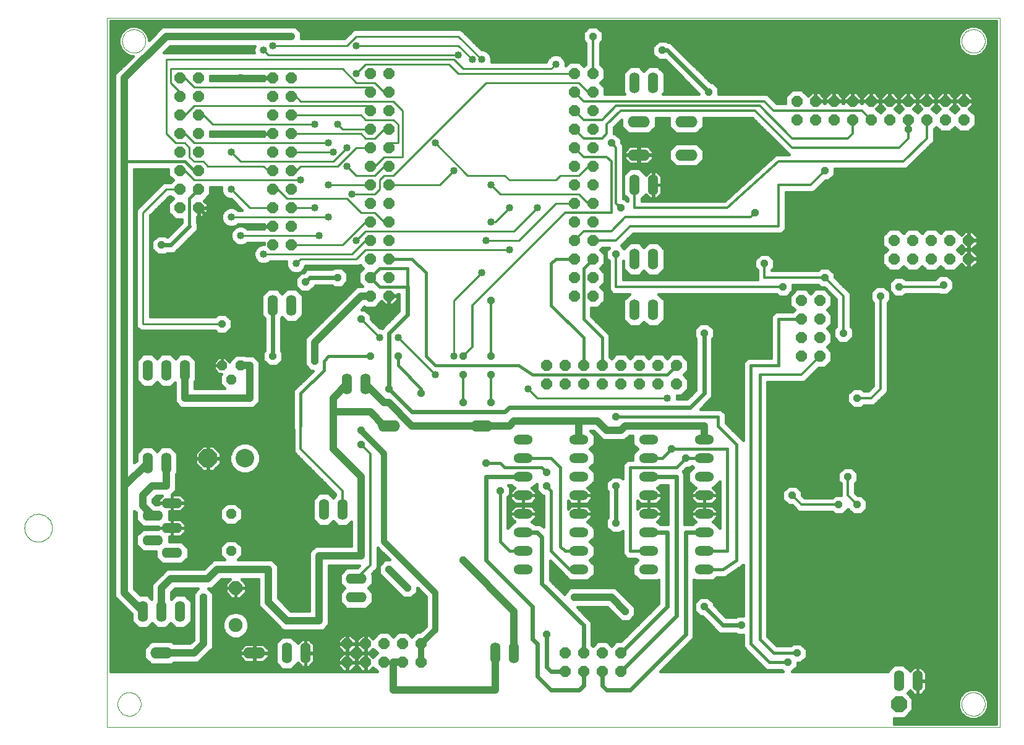
<source format=gbl>
G75*
G70*
%OFA0B0*%
%FSLAX24Y24*%
%IPPOS*%
%LPD*%
%AMOC8*
5,1,8,0,0,1.08239X$1,22.5*
%
%ADD10C,0.0000*%
%ADD11OC8,0.0600*%
%ADD12OC8,0.0520*%
%ADD13C,0.1000*%
%ADD14OC8,0.1000*%
%ADD15O,0.1109X0.0554*%
%ADD16O,0.1200X0.0600*%
%ADD17C,0.0750*%
%ADD18OC8,0.0750*%
%ADD19OC8,0.0850*%
%ADD20O,0.1040X0.0520*%
%ADD21O,0.0560X0.1120*%
%ADD22O,0.1120X0.0560*%
%ADD23C,0.0100*%
%ADD24C,0.0400*%
%ADD25C,0.0120*%
%ADD26OC8,0.0396*%
%ADD27C,0.0160*%
%ADD28C,0.0320*%
%ADD29C,0.0240*%
%ADD30C,0.0400*%
%ADD31R,0.0396X0.0396*%
D10*
X004935Y001310D02*
X004935Y039556D01*
X053055Y039556D01*
X053055Y001310D01*
X004935Y001310D01*
X005490Y002558D02*
X005493Y002615D01*
X005500Y002672D01*
X005513Y002728D01*
X005531Y002782D01*
X005554Y002835D01*
X005582Y002885D01*
X005614Y002933D01*
X005650Y002977D01*
X005690Y003018D01*
X005734Y003056D01*
X005780Y003089D01*
X005830Y003117D01*
X005882Y003141D01*
X005936Y003161D01*
X005992Y003175D01*
X006048Y003184D01*
X006106Y003188D01*
X006163Y003187D01*
X006220Y003180D01*
X006276Y003168D01*
X006331Y003152D01*
X006384Y003130D01*
X006435Y003104D01*
X006483Y003073D01*
X006529Y003038D01*
X006571Y002998D01*
X006609Y002956D01*
X006643Y002909D01*
X006673Y002860D01*
X006698Y002809D01*
X006718Y002755D01*
X006734Y002700D01*
X006744Y002644D01*
X006749Y002587D01*
X006749Y002529D01*
X006744Y002472D01*
X006734Y002416D01*
X006718Y002361D01*
X006698Y002307D01*
X006673Y002256D01*
X006643Y002207D01*
X006609Y002160D01*
X006571Y002118D01*
X006529Y002078D01*
X006483Y002043D01*
X006435Y002012D01*
X006384Y001986D01*
X006331Y001964D01*
X006276Y001948D01*
X006220Y001936D01*
X006163Y001929D01*
X006106Y001928D01*
X006048Y001932D01*
X005992Y001941D01*
X005936Y001955D01*
X005882Y001975D01*
X005830Y001999D01*
X005780Y002027D01*
X005734Y002060D01*
X005690Y002098D01*
X005650Y002139D01*
X005614Y002183D01*
X005582Y002231D01*
X005554Y002281D01*
X005531Y002334D01*
X005513Y002388D01*
X005500Y002444D01*
X005493Y002501D01*
X005490Y002558D01*
X000474Y012058D02*
X000477Y012126D01*
X000486Y012193D01*
X000502Y012260D01*
X000523Y012324D01*
X000550Y012387D01*
X000583Y012447D01*
X000621Y012503D01*
X000664Y012556D01*
X000711Y012605D01*
X000763Y012649D01*
X000819Y012688D01*
X000878Y012722D01*
X000940Y012751D01*
X001004Y012773D01*
X001070Y012790D01*
X001137Y012801D01*
X001205Y012806D01*
X001273Y012804D01*
X001341Y012797D01*
X001407Y012783D01*
X001472Y012763D01*
X001536Y012737D01*
X001596Y012706D01*
X001653Y012669D01*
X001707Y012627D01*
X001757Y012581D01*
X001802Y012530D01*
X001843Y012475D01*
X001878Y012417D01*
X001908Y012356D01*
X001932Y012292D01*
X001951Y012227D01*
X001963Y012160D01*
X001969Y012092D01*
X001969Y012024D01*
X001963Y011956D01*
X001951Y011889D01*
X001932Y011824D01*
X001908Y011760D01*
X001878Y011699D01*
X001843Y011641D01*
X001802Y011586D01*
X001757Y011535D01*
X001707Y011489D01*
X001653Y011447D01*
X001596Y011410D01*
X001536Y011379D01*
X001472Y011353D01*
X001407Y011333D01*
X001341Y011319D01*
X001273Y011312D01*
X001205Y011310D01*
X001137Y011315D01*
X001070Y011326D01*
X001004Y011343D01*
X000940Y011365D01*
X000878Y011394D01*
X000819Y011428D01*
X000763Y011467D01*
X000711Y011511D01*
X000664Y011560D01*
X000621Y011613D01*
X000583Y011669D01*
X000550Y011729D01*
X000523Y011792D01*
X000502Y011856D01*
X000486Y011923D01*
X000477Y011990D01*
X000474Y012058D01*
X005740Y038308D02*
X005743Y038365D01*
X005750Y038422D01*
X005763Y038478D01*
X005781Y038532D01*
X005804Y038585D01*
X005832Y038635D01*
X005864Y038683D01*
X005900Y038727D01*
X005940Y038768D01*
X005984Y038806D01*
X006030Y038839D01*
X006080Y038867D01*
X006132Y038891D01*
X006186Y038911D01*
X006242Y038925D01*
X006298Y038934D01*
X006356Y038938D01*
X006413Y038937D01*
X006470Y038930D01*
X006526Y038918D01*
X006581Y038902D01*
X006634Y038880D01*
X006685Y038854D01*
X006733Y038823D01*
X006779Y038788D01*
X006821Y038748D01*
X006859Y038706D01*
X006893Y038659D01*
X006923Y038610D01*
X006948Y038559D01*
X006968Y038505D01*
X006984Y038450D01*
X006994Y038394D01*
X006999Y038337D01*
X006999Y038279D01*
X006994Y038222D01*
X006984Y038166D01*
X006968Y038111D01*
X006948Y038057D01*
X006923Y038006D01*
X006893Y037957D01*
X006859Y037910D01*
X006821Y037868D01*
X006779Y037828D01*
X006733Y037793D01*
X006685Y037762D01*
X006634Y037736D01*
X006581Y037714D01*
X006526Y037698D01*
X006470Y037686D01*
X006413Y037679D01*
X006356Y037678D01*
X006298Y037682D01*
X006242Y037691D01*
X006186Y037705D01*
X006132Y037725D01*
X006080Y037749D01*
X006030Y037777D01*
X005984Y037810D01*
X005940Y037848D01*
X005900Y037889D01*
X005864Y037933D01*
X005832Y037981D01*
X005804Y038031D01*
X005781Y038084D01*
X005763Y038138D01*
X005750Y038194D01*
X005743Y038251D01*
X005740Y038308D01*
X050990Y038308D02*
X050993Y038365D01*
X051000Y038422D01*
X051013Y038478D01*
X051031Y038532D01*
X051054Y038585D01*
X051082Y038635D01*
X051114Y038683D01*
X051150Y038727D01*
X051190Y038768D01*
X051234Y038806D01*
X051280Y038839D01*
X051330Y038867D01*
X051382Y038891D01*
X051436Y038911D01*
X051492Y038925D01*
X051548Y038934D01*
X051606Y038938D01*
X051663Y038937D01*
X051720Y038930D01*
X051776Y038918D01*
X051831Y038902D01*
X051884Y038880D01*
X051935Y038854D01*
X051983Y038823D01*
X052029Y038788D01*
X052071Y038748D01*
X052109Y038706D01*
X052143Y038659D01*
X052173Y038610D01*
X052198Y038559D01*
X052218Y038505D01*
X052234Y038450D01*
X052244Y038394D01*
X052249Y038337D01*
X052249Y038279D01*
X052244Y038222D01*
X052234Y038166D01*
X052218Y038111D01*
X052198Y038057D01*
X052173Y038006D01*
X052143Y037957D01*
X052109Y037910D01*
X052071Y037868D01*
X052029Y037828D01*
X051983Y037793D01*
X051935Y037762D01*
X051884Y037736D01*
X051831Y037714D01*
X051776Y037698D01*
X051720Y037686D01*
X051663Y037679D01*
X051606Y037678D01*
X051548Y037682D01*
X051492Y037691D01*
X051436Y037705D01*
X051382Y037725D01*
X051330Y037749D01*
X051280Y037777D01*
X051234Y037810D01*
X051190Y037848D01*
X051150Y037889D01*
X051114Y037933D01*
X051082Y037981D01*
X051054Y038031D01*
X051031Y038084D01*
X051013Y038138D01*
X051000Y038194D01*
X050993Y038251D01*
X050990Y038308D01*
X050990Y002558D02*
X050993Y002615D01*
X051000Y002672D01*
X051013Y002728D01*
X051031Y002782D01*
X051054Y002835D01*
X051082Y002885D01*
X051114Y002933D01*
X051150Y002977D01*
X051190Y003018D01*
X051234Y003056D01*
X051280Y003089D01*
X051330Y003117D01*
X051382Y003141D01*
X051436Y003161D01*
X051492Y003175D01*
X051548Y003184D01*
X051606Y003188D01*
X051663Y003187D01*
X051720Y003180D01*
X051776Y003168D01*
X051831Y003152D01*
X051884Y003130D01*
X051935Y003104D01*
X051983Y003073D01*
X052029Y003038D01*
X052071Y002998D01*
X052109Y002956D01*
X052143Y002909D01*
X052173Y002860D01*
X052198Y002809D01*
X052218Y002755D01*
X052234Y002700D01*
X052244Y002644D01*
X052249Y002587D01*
X052249Y002529D01*
X052244Y002472D01*
X052234Y002416D01*
X052218Y002361D01*
X052198Y002307D01*
X052173Y002256D01*
X052143Y002207D01*
X052109Y002160D01*
X052071Y002118D01*
X052029Y002078D01*
X051983Y002043D01*
X051935Y002012D01*
X051884Y001986D01*
X051831Y001964D01*
X051776Y001948D01*
X051720Y001936D01*
X051663Y001929D01*
X051606Y001928D01*
X051548Y001932D01*
X051492Y001941D01*
X051436Y001955D01*
X051382Y001975D01*
X051330Y001999D01*
X051280Y002027D01*
X051234Y002060D01*
X051190Y002098D01*
X051150Y002139D01*
X051114Y002183D01*
X051082Y002231D01*
X051054Y002281D01*
X051031Y002334D01*
X051013Y002388D01*
X051000Y002444D01*
X050993Y002501D01*
X050990Y002558D01*
D11*
X032620Y004308D03*
X031620Y004308D03*
X030620Y004308D03*
X029620Y004308D03*
X029620Y005308D03*
X030620Y005308D03*
X031620Y005308D03*
X032620Y005308D03*
X021870Y005808D03*
X020870Y005808D03*
X019870Y005808D03*
X018870Y005808D03*
X017870Y005808D03*
X017870Y004808D03*
X018870Y004808D03*
X019870Y004808D03*
X020870Y004808D03*
X021870Y004808D03*
X028620Y019808D03*
X028620Y020808D03*
X029620Y020808D03*
X030620Y020808D03*
X031620Y020808D03*
X032620Y020808D03*
X033620Y020808D03*
X034620Y020808D03*
X035620Y020808D03*
X035620Y019808D03*
X034620Y019808D03*
X033620Y019808D03*
X032620Y019808D03*
X031620Y019808D03*
X030620Y019808D03*
X029620Y019808D03*
X030120Y024558D03*
X031120Y024558D03*
X031120Y025558D03*
X031120Y026558D03*
X030120Y026558D03*
X030120Y025558D03*
X030120Y027558D03*
X030120Y028558D03*
X031120Y028558D03*
X031120Y027558D03*
X031120Y029558D03*
X031120Y030558D03*
X030120Y030558D03*
X030120Y029558D03*
X030120Y031558D03*
X030120Y032558D03*
X031120Y032558D03*
X031120Y031558D03*
X031120Y033558D03*
X031120Y034558D03*
X030120Y034558D03*
X030120Y033558D03*
X030120Y035558D03*
X030120Y036558D03*
X031120Y036558D03*
X031120Y035558D03*
X042120Y035058D03*
X043120Y035058D03*
X044120Y035058D03*
X045120Y035058D03*
X046120Y035058D03*
X047120Y035058D03*
X048120Y035058D03*
X049120Y035058D03*
X050120Y035058D03*
X051120Y035058D03*
X051120Y034058D03*
X050120Y034058D03*
X049120Y034058D03*
X048120Y034058D03*
X047120Y034058D03*
X046120Y034058D03*
X045120Y034058D03*
X044120Y034058D03*
X043120Y034058D03*
X042120Y034058D03*
X047370Y027558D03*
X048370Y027558D03*
X049370Y027558D03*
X050370Y027558D03*
X051370Y027558D03*
X051370Y026558D03*
X050370Y026558D03*
X049370Y026558D03*
X048370Y026558D03*
X047370Y026558D03*
X043370Y024308D03*
X042370Y024308D03*
X042370Y023308D03*
X043370Y023308D03*
X043370Y022308D03*
X042370Y022308D03*
X042370Y021308D03*
X043370Y021308D03*
X020120Y024558D03*
X019120Y024558D03*
X019120Y025558D03*
X020120Y025558D03*
X020120Y026558D03*
X019120Y026558D03*
X019120Y027558D03*
X020120Y027558D03*
X020120Y028558D03*
X019120Y028558D03*
X019120Y029558D03*
X020120Y029558D03*
X020120Y030558D03*
X019120Y030558D03*
X019120Y031558D03*
X020120Y031558D03*
X020120Y032558D03*
X019120Y032558D03*
X019120Y033558D03*
X020120Y033558D03*
X020120Y034558D03*
X019120Y034558D03*
X019120Y035558D03*
X020120Y035558D03*
X020120Y036558D03*
X019120Y036558D03*
X014870Y036308D03*
X013870Y036308D03*
X013870Y035308D03*
X014870Y035308D03*
X014870Y034308D03*
X013870Y034308D03*
X013870Y033308D03*
X014870Y033308D03*
X014870Y032308D03*
X013870Y032308D03*
X013870Y031308D03*
X014870Y031308D03*
X014870Y030308D03*
X013870Y030308D03*
X013870Y029308D03*
X014870Y029308D03*
X014870Y028308D03*
X013870Y028308D03*
X013870Y027308D03*
X014870Y027308D03*
X009870Y029308D03*
X008870Y029308D03*
X008870Y030308D03*
X008870Y031308D03*
X008870Y032308D03*
X009870Y032308D03*
X009870Y031308D03*
X009870Y030308D03*
X009870Y033308D03*
X009870Y034308D03*
X008870Y034308D03*
X008870Y033308D03*
X008870Y035308D03*
X008870Y036308D03*
X009870Y036308D03*
X009870Y035308D03*
D12*
X011120Y020808D03*
X011620Y020058D03*
X012120Y020808D03*
X011620Y012808D03*
X011620Y010808D03*
D13*
X012370Y015808D03*
D14*
X010370Y015808D03*
D15*
X008427Y013396D03*
X007391Y012727D03*
X008427Y012058D03*
X007391Y011388D03*
X008427Y010719D03*
D16*
X007870Y005308D03*
X012870Y005308D03*
X020120Y017558D03*
X025120Y017558D03*
X033590Y032168D03*
X033590Y033948D03*
X036150Y033948D03*
X036150Y032168D03*
D17*
X011870Y006808D03*
D18*
X011870Y008808D03*
D19*
X047620Y002558D03*
D20*
X037120Y009808D03*
X037120Y010808D03*
X037120Y011808D03*
X037120Y012808D03*
X037120Y013808D03*
X037120Y014808D03*
X037120Y015808D03*
X037120Y016808D03*
X034120Y016808D03*
X034120Y015808D03*
X034120Y014808D03*
X034120Y013808D03*
X034120Y012808D03*
X034120Y011808D03*
X034120Y010808D03*
X034120Y009808D03*
X030370Y009808D03*
X030370Y010808D03*
X030370Y011808D03*
X030370Y012808D03*
X030370Y013808D03*
X030370Y014808D03*
X030370Y015808D03*
X030370Y016808D03*
X027370Y016808D03*
X027370Y015808D03*
X027370Y014808D03*
X027370Y013808D03*
X027370Y012808D03*
X027370Y011808D03*
X027370Y010808D03*
X027370Y009808D03*
D21*
X026870Y005308D03*
X025870Y005308D03*
X015620Y005308D03*
X014620Y005308D03*
X008870Y007558D03*
X007870Y007558D03*
X006870Y007558D03*
X016620Y013058D03*
X017620Y013058D03*
X017870Y019808D03*
X018870Y019808D03*
X014870Y024058D03*
X013870Y024058D03*
X009120Y020558D03*
X008120Y020558D03*
X007120Y020558D03*
X007120Y015558D03*
X008120Y015558D03*
X033370Y023808D03*
X034370Y023808D03*
X034370Y026558D03*
X033370Y026558D03*
X033370Y030558D03*
X034370Y030558D03*
X034370Y036058D03*
X033370Y036058D03*
X047620Y003808D03*
X048620Y003808D03*
D22*
X018370Y008308D03*
X018370Y009308D03*
D23*
X028120Y019058D02*
X035120Y019058D01*
X028120Y019058D02*
X027620Y019558D01*
X023620Y021308D02*
X023620Y024308D01*
X025120Y025808D01*
X026620Y027058D02*
X018870Y027058D01*
X018370Y026558D01*
X015370Y026558D01*
X015120Y026308D01*
X014870Y027308D02*
X017620Y027308D01*
X018870Y028558D01*
X019120Y028558D01*
X019370Y029058D02*
X018620Y029058D01*
X017870Y029808D01*
X014620Y029808D01*
X014120Y030308D01*
X013870Y030308D01*
X013870Y031308D02*
X013620Y031308D01*
X013370Y031558D01*
X010370Y031558D01*
X010120Y031808D01*
X009620Y031808D01*
X009370Y032058D01*
X009370Y032558D01*
X009120Y032808D01*
X008620Y032808D01*
X008120Y033308D01*
X008120Y037308D01*
X023620Y037308D01*
X024120Y036808D01*
X028870Y036808D01*
X029120Y037058D01*
X030120Y036558D02*
X023870Y036558D01*
X023370Y037058D01*
X018870Y037058D01*
X018370Y036558D01*
X018370Y036058D02*
X017620Y036808D01*
X008370Y036808D01*
X008370Y036058D01*
X008870Y035558D01*
X008870Y035308D01*
X009620Y035808D02*
X019120Y035808D01*
X019120Y035558D01*
X019370Y036058D02*
X019870Y035558D01*
X020120Y035558D01*
X019370Y036058D02*
X018370Y036058D01*
X019120Y034808D02*
X019120Y034558D01*
X019120Y034808D02*
X009620Y034808D01*
X009120Y034308D01*
X008870Y034308D01*
X009870Y034308D02*
X010120Y034308D01*
X010620Y033808D01*
X016120Y033808D01*
X017370Y033808D02*
X017620Y033558D01*
X019120Y033558D01*
X018870Y034058D02*
X020370Y034058D01*
X020620Y033808D01*
X020620Y032808D01*
X020120Y032808D01*
X020120Y032558D01*
X019870Y032058D02*
X019370Y031558D01*
X019120Y031558D01*
X019370Y031058D02*
X019870Y031558D01*
X020120Y031558D01*
X019870Y032058D02*
X020870Y032058D01*
X020870Y034558D01*
X020370Y035058D01*
X015370Y035058D01*
X015120Y035308D01*
X014870Y035308D01*
X014870Y034308D02*
X018620Y034308D01*
X018870Y034058D01*
X018620Y033308D02*
X014870Y033308D01*
X014870Y032308D02*
X017120Y032308D01*
X017120Y031808D02*
X017870Y032558D01*
X018370Y032558D02*
X019120Y032558D01*
X018870Y033058D02*
X019370Y033058D01*
X019870Y033558D01*
X020120Y033558D01*
X018870Y033058D02*
X018620Y033308D01*
X018370Y032558D02*
X017370Y031558D01*
X015370Y031558D01*
X015120Y031308D01*
X014870Y031308D01*
X015370Y030808D02*
X009620Y030808D01*
X009120Y031308D01*
X008870Y031308D01*
X008870Y030308D02*
X008120Y030308D01*
X006870Y029058D01*
X006870Y023058D01*
X011120Y023058D01*
X013370Y026808D02*
X018120Y026808D01*
X018870Y027558D01*
X019120Y027558D01*
X018870Y028058D02*
X026870Y028058D01*
X028120Y029308D01*
X029120Y029558D02*
X030120Y029558D01*
X030370Y030058D02*
X030870Y029558D01*
X031120Y029558D01*
X030370Y030058D02*
X026120Y030058D01*
X025620Y030558D01*
X026370Y031058D02*
X026620Y030808D01*
X029120Y030808D01*
X029370Y031058D01*
X030370Y031058D01*
X030870Y031558D01*
X031120Y031558D01*
X029120Y029558D02*
X027120Y027558D01*
X025370Y027558D01*
X025620Y028558D02*
X025870Y028558D01*
X026620Y029308D01*
X026370Y031058D02*
X024370Y031058D01*
X022620Y032808D01*
X023620Y031308D02*
X022870Y030558D01*
X020120Y030558D01*
X019870Y031058D02*
X020370Y031058D01*
X025370Y036058D01*
X030370Y036058D01*
X030870Y035558D01*
X031120Y035558D01*
X025120Y037308D02*
X023870Y038558D01*
X018370Y038558D01*
X017870Y038058D01*
X013870Y038058D01*
X013370Y037808D02*
X013620Y037558D01*
X023870Y037558D01*
X023870Y038058D02*
X024620Y037308D01*
X023870Y038058D02*
X018370Y038058D01*
X016870Y032808D02*
X009620Y032808D01*
X009120Y033308D01*
X008870Y033308D01*
X011620Y032308D02*
X012120Y031808D01*
X017120Y031808D01*
X017870Y031558D02*
X018370Y031058D01*
X019370Y031058D01*
X019620Y030808D02*
X019620Y030308D01*
X019370Y030058D01*
X018120Y030058D01*
X019120Y030558D02*
X016870Y030558D01*
X016120Y029308D02*
X014870Y029308D01*
X013870Y029308D02*
X012620Y029308D01*
X011620Y030308D01*
X011620Y028808D02*
X016870Y028808D01*
X016370Y027808D02*
X012120Y027808D01*
X018370Y027558D02*
X018870Y028058D01*
X019370Y029058D02*
X019870Y028558D01*
X020120Y028558D01*
X019620Y030808D02*
X019870Y031058D01*
X018620Y023308D02*
X019620Y022308D01*
X020620Y022308D02*
X022620Y020308D01*
X009620Y035808D02*
X009120Y036308D01*
X008870Y036308D01*
D24*
X013370Y037808D03*
X013870Y038058D03*
X014870Y038558D03*
X018370Y038058D03*
X018370Y036558D03*
X017370Y033808D03*
X016870Y032808D03*
X017870Y032558D03*
X017120Y032308D03*
X017870Y031558D03*
X016870Y030558D03*
X018120Y030058D03*
X016870Y028808D03*
X016120Y029308D03*
X016370Y027808D03*
X015120Y026308D03*
X013370Y026808D03*
X012120Y027808D03*
X011620Y028808D03*
X011620Y030308D03*
X011620Y032308D03*
X015370Y030808D03*
X016120Y033808D03*
X022620Y032808D03*
X023620Y031308D03*
X025620Y030558D03*
X026620Y029308D03*
X025620Y028558D03*
X025370Y027558D03*
X026620Y027058D03*
X025120Y025808D03*
X028120Y029308D03*
X020620Y022308D03*
X019620Y022308D03*
X022620Y020308D03*
X023620Y021308D03*
X027620Y019558D03*
X035120Y019058D03*
X018370Y027558D03*
X029120Y037058D03*
X025120Y037308D03*
X024620Y037308D03*
X023870Y037558D03*
D25*
X030120Y035558D02*
X030620Y035058D01*
X040370Y035058D01*
X040870Y034558D01*
X045620Y034558D01*
X046120Y034058D01*
X046120Y035058D02*
X045120Y035058D01*
X044120Y035058D01*
X043120Y035058D01*
X045120Y034058D02*
X045120Y033308D01*
X044870Y033058D01*
X041870Y033058D01*
X040120Y034808D01*
X032370Y034808D01*
X031620Y034058D01*
X030620Y034058D01*
X030120Y034558D01*
X030120Y033558D02*
X030620Y033058D01*
X031620Y033058D01*
X031870Y033308D01*
X031870Y033808D01*
X032620Y034558D01*
X039870Y034558D01*
X041870Y032558D01*
X047620Y032558D01*
X048120Y033058D01*
X048120Y033558D01*
X049120Y033058D02*
X049120Y034058D01*
X049120Y035058D02*
X048120Y035058D01*
X047120Y035058D01*
X046120Y035058D01*
X049120Y035058D02*
X050120Y035058D01*
X051120Y035058D01*
X049120Y033058D02*
X047870Y031808D01*
X041120Y031808D01*
X038370Y029308D01*
X033370Y029308D01*
X033370Y030558D01*
X032370Y029558D02*
X032620Y029308D01*
X032370Y029558D02*
X032370Y032558D01*
X032120Y032808D01*
X031870Y032058D02*
X030620Y032058D01*
X030120Y032558D01*
X031870Y032058D02*
X032120Y031808D01*
X032120Y029058D01*
X029620Y029058D01*
X024620Y024058D01*
X024620Y021808D01*
X024120Y021308D01*
X024120Y020308D02*
X024120Y018808D01*
X025620Y018808D02*
X025620Y020308D01*
X025620Y021308D02*
X025620Y024308D01*
X030120Y027558D02*
X030620Y028058D01*
X032120Y028058D01*
X032870Y028808D01*
X039620Y028808D01*
X039870Y029058D01*
X041120Y028308D02*
X041120Y030558D01*
X042870Y030558D01*
X043620Y031308D01*
X041120Y028308D02*
X033120Y028308D01*
X032370Y027558D01*
X031120Y027558D01*
X032370Y026808D02*
X032370Y025058D01*
X041370Y025058D01*
X040370Y025558D02*
X043620Y025558D01*
X044620Y024558D01*
X044620Y022558D01*
X043370Y021308D02*
X042370Y020308D01*
X040120Y020308D01*
X045370Y019058D02*
X046120Y019058D01*
X046620Y019558D01*
X046620Y024558D01*
X047620Y025058D02*
X049920Y025058D01*
X050020Y025158D01*
X040370Y025558D02*
X040370Y026308D01*
X031120Y036558D02*
X031120Y038558D01*
X015370Y017558D02*
X015370Y016308D01*
X017620Y014058D01*
X017620Y013058D01*
X019120Y016058D02*
X018620Y016558D01*
X019120Y016058D02*
X019120Y010058D01*
X018370Y009308D01*
X041870Y013808D02*
X042370Y013308D01*
X044370Y013308D01*
X044870Y013808D02*
X044870Y014808D01*
X044870Y013808D02*
X045370Y013308D01*
D26*
X045370Y013308D03*
X044370Y013308D03*
X044870Y014808D03*
X041870Y013808D03*
X036120Y015808D03*
X035370Y016308D03*
X032370Y018058D03*
X028620Y015058D03*
X028620Y014308D03*
X026120Y014058D03*
X025370Y015558D03*
X025620Y018808D03*
X024120Y018808D03*
X024120Y020308D03*
X024120Y021308D03*
X025620Y021308D03*
X025620Y020308D03*
X021870Y019308D03*
X020120Y019558D03*
X020620Y021308D03*
X019120Y021308D03*
X018620Y023308D03*
X016120Y021058D03*
X013870Y021308D03*
X013120Y022558D03*
X011120Y023058D03*
X013870Y026058D03*
X015620Y025308D03*
X017370Y025558D03*
X025620Y024308D03*
X032370Y026808D03*
X032620Y029308D03*
X032120Y032808D03*
X037370Y035558D03*
X034870Y037808D03*
X031120Y038558D03*
X043620Y031308D03*
X039870Y029058D03*
X040370Y026308D03*
X041370Y025058D03*
X043620Y025558D03*
X045870Y026808D03*
X047620Y025058D03*
X046620Y024558D03*
X044620Y022558D03*
X043620Y020558D03*
X043620Y019058D03*
X045370Y019058D03*
X050020Y025158D03*
X048120Y033558D03*
X037120Y022558D03*
X032370Y014308D03*
X032370Y012308D03*
X030120Y008308D03*
X028620Y006308D03*
X032870Y007558D03*
X037120Y007808D03*
X039120Y006808D03*
X041620Y004808D03*
X042120Y005308D03*
X024120Y010308D03*
X021120Y008808D03*
X020120Y009808D03*
X014620Y007058D03*
X010120Y008308D03*
X018620Y016558D03*
X018620Y017308D03*
X007870Y027308D03*
X012120Y036308D03*
X012120Y037808D03*
X009370Y037808D03*
D27*
X008339Y038028D02*
X012887Y038028D01*
X012840Y037913D01*
X012840Y037702D01*
X012846Y037688D01*
X007999Y037688D01*
X008339Y038028D01*
X008255Y037943D02*
X012852Y037943D01*
X012840Y037785D02*
X008096Y037785D01*
X007180Y038367D02*
X007180Y038469D01*
X007056Y038766D01*
X006829Y038994D01*
X006531Y039117D01*
X006209Y039117D01*
X005911Y038994D01*
X005683Y038766D01*
X005560Y038469D01*
X005560Y038146D01*
X005683Y037849D01*
X005911Y037621D01*
X006209Y037498D01*
X006310Y037498D01*
X005340Y036527D01*
X005340Y036088D01*
X005340Y031588D01*
X005340Y014527D01*
X005340Y014088D01*
X005340Y008338D01*
X005650Y008028D01*
X006260Y007418D01*
X006260Y007025D01*
X006617Y006668D01*
X007122Y006668D01*
X007370Y006915D01*
X007617Y006668D01*
X008122Y006668D01*
X008370Y006915D01*
X008617Y006668D01*
X009122Y006668D01*
X009480Y007025D01*
X009480Y008090D01*
X009122Y008448D01*
X008617Y008448D01*
X008400Y008230D01*
X008400Y008588D01*
X008589Y008778D01*
X009840Y008778D01*
X009590Y008527D01*
X009590Y006027D01*
X009400Y005838D01*
X008531Y005838D01*
X008431Y005938D01*
X007309Y005938D01*
X006940Y005568D01*
X006940Y005047D01*
X007309Y004678D01*
X008431Y004678D01*
X008531Y004778D01*
X009400Y004778D01*
X009839Y004778D01*
X010339Y005278D01*
X010650Y005588D01*
X010650Y008527D01*
X010399Y008778D01*
X010589Y008778D01*
X011089Y009278D01*
X011555Y009278D01*
X011315Y009037D01*
X011315Y008808D01*
X011869Y008808D01*
X011869Y008807D01*
X011315Y008807D01*
X011315Y008578D01*
X011640Y008253D01*
X011870Y008253D01*
X012100Y008253D01*
X012425Y008578D01*
X012425Y008807D01*
X011870Y008807D01*
X011870Y008253D01*
X011870Y008807D01*
X011870Y008807D01*
X011870Y008808D01*
X012425Y008808D01*
X012425Y009037D01*
X012185Y009278D01*
X013090Y009278D01*
X013090Y008277D01*
X013090Y007838D01*
X014090Y006838D01*
X014400Y006528D01*
X016589Y006528D01*
X016900Y006838D01*
X016900Y007277D01*
X016900Y010028D01*
X018538Y010028D01*
X018428Y009918D01*
X017837Y009918D01*
X017480Y009560D01*
X017480Y009055D01*
X017727Y008808D01*
X017480Y008560D01*
X017480Y008055D01*
X017837Y007698D01*
X018902Y007698D01*
X019260Y008055D01*
X019260Y008560D01*
X019012Y008808D01*
X019260Y009055D01*
X019260Y009560D01*
X019217Y009603D01*
X019281Y009668D01*
X019510Y009896D01*
X019510Y010975D01*
X019667Y010818D01*
X020147Y010338D01*
X019900Y010338D01*
X019590Y010027D01*
X019590Y009588D01*
X020900Y008278D01*
X021339Y008278D01*
X021650Y008588D01*
X021650Y008835D01*
X022130Y008355D01*
X022130Y006760D01*
X021807Y006438D01*
X021609Y006438D01*
X021370Y006198D01*
X021131Y006438D01*
X020609Y006438D01*
X020370Y006198D01*
X020131Y006438D01*
X019609Y006438D01*
X019264Y006092D01*
X019069Y006288D01*
X018890Y006288D01*
X018890Y005828D01*
X018850Y005828D01*
X018850Y006288D01*
X018671Y006288D01*
X018390Y006006D01*
X018390Y005828D01*
X018849Y005828D01*
X018849Y005787D01*
X018390Y005787D01*
X018390Y005609D01*
X018671Y005328D01*
X018850Y005328D01*
X018850Y005787D01*
X018890Y005787D01*
X018890Y005328D01*
X019069Y005328D01*
X019264Y005523D01*
X019479Y005308D01*
X019264Y005092D01*
X019069Y005288D01*
X018890Y005288D01*
X018890Y004828D01*
X018850Y004828D01*
X018850Y005288D01*
X018671Y005288D01*
X018390Y005006D01*
X018390Y004828D01*
X018849Y004828D01*
X018849Y004787D01*
X018390Y004787D01*
X018390Y004609D01*
X018671Y004328D01*
X018850Y004328D01*
X018850Y004787D01*
X018890Y004787D01*
X018890Y004328D01*
X019069Y004328D01*
X019264Y004523D01*
X019479Y004308D01*
X005115Y004308D01*
X005115Y039376D01*
X052875Y039376D01*
X052875Y001489D01*
X047370Y001489D01*
X047370Y001803D01*
X047932Y001803D01*
X048375Y002245D01*
X048375Y002870D01*
X048100Y003145D01*
X048226Y003271D01*
X048429Y003068D01*
X048610Y003068D01*
X048610Y003797D01*
X048630Y003797D01*
X048630Y003068D01*
X048810Y003068D01*
X049080Y003337D01*
X049080Y003797D01*
X048630Y003797D01*
X048630Y003818D01*
X048610Y003818D01*
X048610Y004548D01*
X048429Y004548D01*
X048226Y004344D01*
X047872Y004698D01*
X047367Y004698D01*
X047010Y004340D01*
X047010Y004308D01*
X041867Y004308D01*
X042148Y004589D01*
X042148Y004779D01*
X042338Y004779D01*
X042648Y005089D01*
X042648Y005526D01*
X042338Y005836D01*
X041901Y005836D01*
X041783Y005718D01*
X041040Y005718D01*
X040530Y006227D01*
X040530Y019918D01*
X042531Y019918D01*
X042760Y020146D01*
X043291Y020678D01*
X043631Y020678D01*
X044000Y021047D01*
X044000Y021568D01*
X043761Y021808D01*
X044000Y022047D01*
X044000Y022568D01*
X043761Y022808D01*
X044000Y023047D01*
X044000Y023568D01*
X043761Y023808D01*
X044000Y024047D01*
X044000Y024568D01*
X043631Y024938D01*
X043109Y024938D01*
X042870Y024698D01*
X042631Y024938D01*
X042109Y024938D01*
X041740Y024568D01*
X041740Y024047D01*
X041979Y023808D01*
X041889Y023718D01*
X040950Y023718D01*
X040710Y023477D01*
X040710Y023138D01*
X040710Y021218D01*
X039450Y021218D01*
X039210Y020977D01*
X039210Y020638D01*
X039210Y016797D01*
X038280Y017727D01*
X038280Y017888D01*
X038280Y018227D01*
X038040Y018468D01*
X036916Y018468D01*
X037306Y018858D01*
X037570Y019121D01*
X037570Y022261D01*
X037648Y022339D01*
X037648Y022776D01*
X037338Y023086D01*
X036901Y023086D01*
X036592Y022776D01*
X036592Y022339D01*
X036670Y022261D01*
X036670Y019494D01*
X036183Y019008D01*
X035650Y019008D01*
X035650Y019163D01*
X035644Y019178D01*
X035881Y019178D01*
X036250Y019547D01*
X036250Y020068D01*
X036011Y020308D01*
X036250Y020547D01*
X036250Y021068D01*
X035881Y021438D01*
X035359Y021438D01*
X035120Y021198D01*
X034881Y021438D01*
X034359Y021438D01*
X034120Y021198D01*
X033881Y021438D01*
X033359Y021438D01*
X033120Y021198D01*
X032881Y021438D01*
X032359Y021438D01*
X032120Y021198D01*
X032030Y021288D01*
X032030Y022138D01*
X032030Y022477D01*
X031030Y023477D01*
X031030Y023928D01*
X031381Y023928D01*
X031750Y024297D01*
X031750Y024818D01*
X031511Y025058D01*
X031750Y025297D01*
X031750Y025818D01*
X031511Y026058D01*
X031750Y026297D01*
X031750Y026818D01*
X031511Y027058D01*
X031621Y027168D01*
X031983Y027168D01*
X031842Y027026D01*
X031842Y026589D01*
X031980Y026451D01*
X031980Y024896D01*
X032208Y024668D01*
X032531Y024668D01*
X033087Y024668D01*
X032760Y024340D01*
X032760Y023275D01*
X033117Y022918D01*
X033622Y022918D01*
X033870Y023165D01*
X034117Y022918D01*
X034622Y022918D01*
X034980Y023275D01*
X034980Y024340D01*
X034652Y024668D01*
X041013Y024668D01*
X041151Y024529D01*
X041588Y024529D01*
X041898Y024839D01*
X041898Y025168D01*
X043263Y025168D01*
X043401Y025029D01*
X043596Y025029D01*
X044230Y024396D01*
X044230Y022914D01*
X044092Y022776D01*
X044092Y022339D01*
X044401Y022029D01*
X044838Y022029D01*
X045148Y022339D01*
X045148Y022776D01*
X045010Y022914D01*
X045010Y024396D01*
X045010Y024719D01*
X044148Y025581D01*
X044148Y025776D01*
X043838Y026086D01*
X043401Y026086D01*
X043263Y025948D01*
X040760Y025948D01*
X040760Y025951D01*
X040898Y026089D01*
X040898Y026526D01*
X040588Y026836D01*
X040151Y026836D01*
X039842Y026526D01*
X039842Y026089D01*
X039980Y025951D01*
X039980Y025719D01*
X039980Y025448D01*
X032760Y025448D01*
X032760Y026451D01*
X032760Y026025D01*
X033117Y025668D01*
X033622Y025668D01*
X033870Y025915D01*
X034117Y025668D01*
X034622Y025668D01*
X034980Y026025D01*
X034980Y027090D01*
X034622Y027448D01*
X034117Y027448D01*
X033870Y027200D01*
X033622Y027448D01*
X033117Y027448D01*
X032797Y027127D01*
X032644Y027280D01*
X033281Y027918D01*
X040958Y027918D01*
X041281Y027918D01*
X041510Y028146D01*
X041510Y030168D01*
X042708Y030168D01*
X043031Y030168D01*
X043643Y030779D01*
X043838Y030779D01*
X044148Y031089D01*
X044148Y031418D01*
X048031Y031418D01*
X048260Y031646D01*
X049510Y032896D01*
X049510Y033219D01*
X049510Y033557D01*
X049620Y033667D01*
X049859Y033428D01*
X050381Y033428D01*
X050620Y033667D01*
X050859Y033428D01*
X051381Y033428D01*
X051750Y033797D01*
X051750Y034318D01*
X051405Y034664D01*
X051600Y034859D01*
X051600Y035037D01*
X051140Y035037D01*
X051140Y035078D01*
X051100Y035078D01*
X051100Y035538D01*
X050921Y035538D01*
X050640Y035256D01*
X050640Y035078D01*
X051099Y035078D01*
X051099Y035037D01*
X050640Y035037D01*
X050640Y034859D01*
X050835Y034664D01*
X050620Y034448D01*
X050405Y034664D01*
X050600Y034859D01*
X050600Y035037D01*
X050140Y035037D01*
X050140Y035078D01*
X050100Y035078D01*
X050100Y035538D01*
X049921Y035538D01*
X049640Y035256D01*
X049640Y035078D01*
X050099Y035078D01*
X050099Y035037D01*
X049640Y035037D01*
X049640Y034859D01*
X049835Y034664D01*
X049620Y034448D01*
X049405Y034664D01*
X049600Y034859D01*
X049600Y035037D01*
X049140Y035037D01*
X049140Y035078D01*
X049100Y035078D01*
X049100Y035538D01*
X048921Y035538D01*
X048640Y035256D01*
X048640Y035078D01*
X049099Y035078D01*
X049099Y035037D01*
X048640Y035037D01*
X048640Y034859D01*
X048835Y034664D01*
X048620Y034448D01*
X048405Y034664D01*
X048600Y034859D01*
X048600Y035037D01*
X048140Y035037D01*
X048140Y035078D01*
X048100Y035078D01*
X048100Y035538D01*
X047921Y035538D01*
X047640Y035256D01*
X047640Y035078D01*
X048099Y035078D01*
X048099Y035037D01*
X047640Y035037D01*
X047640Y034859D01*
X047835Y034664D01*
X047620Y034448D01*
X047405Y034664D01*
X047600Y034859D01*
X047600Y035037D01*
X047140Y035037D01*
X047140Y035078D01*
X047100Y035078D01*
X047100Y035538D01*
X046921Y035538D01*
X046640Y035256D01*
X046640Y035078D01*
X047099Y035078D01*
X047099Y035037D01*
X046640Y035037D01*
X046640Y034859D01*
X046835Y034664D01*
X046620Y034448D01*
X046405Y034664D01*
X046600Y034859D01*
X046600Y035037D01*
X046140Y035037D01*
X046140Y035078D01*
X046100Y035078D01*
X046100Y035538D01*
X045921Y035538D01*
X045640Y035256D01*
X045640Y035078D01*
X046099Y035078D01*
X046099Y035037D01*
X045640Y035037D01*
X045640Y034948D01*
X045600Y034948D01*
X045600Y035037D01*
X045140Y035037D01*
X045140Y035078D01*
X045100Y035078D01*
X045100Y035538D01*
X044921Y035538D01*
X044640Y035256D01*
X044640Y035078D01*
X045099Y035078D01*
X045099Y035037D01*
X044640Y035037D01*
X044640Y034948D01*
X044600Y034948D01*
X044600Y035037D01*
X044140Y035037D01*
X044140Y035078D01*
X044100Y035078D01*
X044100Y035538D01*
X043921Y035538D01*
X043640Y035256D01*
X043640Y035078D01*
X044099Y035078D01*
X044099Y035037D01*
X043640Y035037D01*
X043640Y034948D01*
X043600Y034948D01*
X043600Y035037D01*
X043140Y035037D01*
X043140Y035078D01*
X043100Y035078D01*
X043100Y035538D01*
X042921Y035538D01*
X042726Y035342D01*
X042381Y035688D01*
X041859Y035688D01*
X041490Y035318D01*
X041490Y034948D01*
X041031Y034948D01*
X040760Y035219D01*
X040531Y035448D01*
X037898Y035448D01*
X037898Y035776D01*
X037588Y036086D01*
X037478Y036086D01*
X035570Y037994D01*
X035306Y038258D01*
X035167Y038258D01*
X035088Y038336D01*
X034651Y038336D01*
X034342Y038026D01*
X034342Y037589D01*
X034651Y037279D01*
X035011Y037279D01*
X036842Y035449D01*
X036842Y035448D01*
X034902Y035448D01*
X034980Y035525D01*
X034980Y036590D01*
X034622Y036948D01*
X034117Y036948D01*
X033870Y036700D01*
X033622Y036948D01*
X033117Y036948D01*
X032760Y036590D01*
X032760Y035525D01*
X032837Y035448D01*
X031750Y035448D01*
X031750Y035818D01*
X031511Y036058D01*
X031750Y036297D01*
X031750Y036818D01*
X031510Y037058D01*
X031510Y038201D01*
X031648Y038339D01*
X031648Y038776D01*
X031338Y039086D01*
X030901Y039086D01*
X030592Y038776D01*
X030592Y038339D01*
X030730Y038201D01*
X030730Y037058D01*
X030620Y036948D01*
X030381Y037188D01*
X029859Y037188D01*
X029650Y036978D01*
X029650Y037163D01*
X029569Y037358D01*
X029420Y037507D01*
X029225Y037588D01*
X029014Y037588D01*
X028820Y037507D01*
X028670Y037358D01*
X028600Y037188D01*
X025644Y037188D01*
X025650Y037202D01*
X025650Y037413D01*
X025569Y037608D01*
X025420Y037757D01*
X025225Y037838D01*
X025127Y037838D01*
X024027Y038938D01*
X023712Y038938D01*
X018212Y038938D01*
X017990Y038715D01*
X017712Y038438D01*
X015400Y038438D01*
X015400Y038452D01*
X015400Y038663D01*
X015400Y038777D01*
X015319Y038858D01*
X015170Y039007D01*
X015170Y039007D01*
X015089Y039088D01*
X014975Y039088D01*
X014764Y039088D01*
X008339Y039088D01*
X007900Y039088D01*
X007180Y038367D01*
X007180Y038419D02*
X007231Y038419D01*
X007135Y038577D02*
X007390Y038577D01*
X007549Y038736D02*
X007069Y038736D01*
X006928Y038894D02*
X007707Y038894D01*
X007866Y039053D02*
X006687Y039053D01*
X006053Y039053D02*
X005115Y039053D01*
X005115Y039211D02*
X052875Y039211D01*
X052875Y039053D02*
X051937Y039053D01*
X052079Y038994D02*
X051781Y039117D01*
X051459Y039117D01*
X051161Y038994D01*
X050933Y038766D01*
X050810Y038469D01*
X050810Y038146D01*
X050933Y037849D01*
X051161Y037621D01*
X051459Y037498D01*
X051781Y037498D01*
X052079Y037621D01*
X052306Y037849D01*
X052430Y038146D01*
X052430Y038469D01*
X052306Y038766D01*
X052079Y038994D01*
X052178Y038894D02*
X052875Y038894D01*
X052875Y038736D02*
X052319Y038736D01*
X052385Y038577D02*
X052875Y038577D01*
X052875Y038419D02*
X052430Y038419D01*
X052430Y038260D02*
X052875Y038260D01*
X052875Y038102D02*
X052411Y038102D01*
X052345Y037943D02*
X052875Y037943D01*
X052875Y037785D02*
X052242Y037785D01*
X052084Y037626D02*
X052875Y037626D01*
X052875Y037467D02*
X036096Y037467D01*
X036255Y037309D02*
X052875Y037309D01*
X052875Y037150D02*
X036413Y037150D01*
X036572Y036992D02*
X052875Y036992D01*
X052875Y036833D02*
X036730Y036833D01*
X036889Y036675D02*
X052875Y036675D01*
X052875Y036516D02*
X037047Y036516D01*
X037206Y036358D02*
X052875Y036358D01*
X052875Y036199D02*
X037365Y036199D01*
X037634Y036041D02*
X052875Y036041D01*
X052875Y035882D02*
X037792Y035882D01*
X037898Y035724D02*
X052875Y035724D01*
X052875Y035565D02*
X042503Y035565D01*
X042662Y035406D02*
X042790Y035406D01*
X043100Y035406D02*
X043140Y035406D01*
X043140Y035538D02*
X043140Y035078D01*
X043600Y035078D01*
X043600Y035256D01*
X043319Y035538D01*
X043140Y035538D01*
X043140Y035248D02*
X043100Y035248D01*
X043100Y035089D02*
X043140Y035089D01*
X043450Y035406D02*
X043790Y035406D01*
X043640Y035248D02*
X043600Y035248D01*
X043600Y035089D02*
X043640Y035089D01*
X044100Y035089D02*
X044140Y035089D01*
X044140Y035078D02*
X044140Y035538D01*
X044319Y035538D01*
X044600Y035256D01*
X044600Y035078D01*
X044140Y035078D01*
X044140Y035248D02*
X044100Y035248D01*
X044100Y035406D02*
X044140Y035406D01*
X044450Y035406D02*
X044790Y035406D01*
X044640Y035248D02*
X044600Y035248D01*
X044600Y035089D02*
X044640Y035089D01*
X045100Y035089D02*
X045140Y035089D01*
X045140Y035078D02*
X045140Y035538D01*
X045319Y035538D01*
X045600Y035256D01*
X045600Y035078D01*
X045140Y035078D01*
X045140Y035248D02*
X045100Y035248D01*
X045100Y035406D02*
X045140Y035406D01*
X045450Y035406D02*
X045790Y035406D01*
X045640Y035248D02*
X045600Y035248D01*
X045600Y035089D02*
X045640Y035089D01*
X046100Y035089D02*
X046140Y035089D01*
X046140Y035078D02*
X046140Y035538D01*
X046319Y035538D01*
X046600Y035256D01*
X046600Y035078D01*
X046140Y035078D01*
X046140Y035248D02*
X046100Y035248D01*
X046100Y035406D02*
X046140Y035406D01*
X046450Y035406D02*
X046790Y035406D01*
X046640Y035248D02*
X046600Y035248D01*
X046600Y035089D02*
X046640Y035089D01*
X046640Y034931D02*
X046600Y034931D01*
X046513Y034772D02*
X046726Y034772D01*
X046785Y034614D02*
X046454Y034614D01*
X046613Y034455D02*
X046626Y034455D01*
X047100Y035089D02*
X047140Y035089D01*
X047140Y035078D02*
X047140Y035538D01*
X047319Y035538D01*
X047600Y035256D01*
X047600Y035078D01*
X047140Y035078D01*
X047140Y035248D02*
X047100Y035248D01*
X047100Y035406D02*
X047140Y035406D01*
X047450Y035406D02*
X047790Y035406D01*
X047640Y035248D02*
X047600Y035248D01*
X047600Y035089D02*
X047640Y035089D01*
X047640Y034931D02*
X047600Y034931D01*
X047513Y034772D02*
X047726Y034772D01*
X047785Y034614D02*
X047454Y034614D01*
X047613Y034455D02*
X047626Y034455D01*
X048100Y035089D02*
X048140Y035089D01*
X048140Y035078D02*
X048140Y035538D01*
X048319Y035538D01*
X048600Y035256D01*
X048600Y035078D01*
X048140Y035078D01*
X048140Y035248D02*
X048100Y035248D01*
X048100Y035406D02*
X048140Y035406D01*
X048450Y035406D02*
X048790Y035406D01*
X048640Y035248D02*
X048600Y035248D01*
X048600Y035089D02*
X048640Y035089D01*
X048640Y034931D02*
X048600Y034931D01*
X048513Y034772D02*
X048726Y034772D01*
X048785Y034614D02*
X048454Y034614D01*
X048613Y034455D02*
X048626Y034455D01*
X049100Y035089D02*
X049140Y035089D01*
X049140Y035078D02*
X049140Y035538D01*
X049319Y035538D01*
X049600Y035256D01*
X049600Y035078D01*
X049140Y035078D01*
X049140Y035248D02*
X049100Y035248D01*
X049100Y035406D02*
X049140Y035406D01*
X049450Y035406D02*
X049790Y035406D01*
X049640Y035248D02*
X049600Y035248D01*
X049600Y035089D02*
X049640Y035089D01*
X049640Y034931D02*
X049600Y034931D01*
X049513Y034772D02*
X049726Y034772D01*
X049785Y034614D02*
X049454Y034614D01*
X049613Y034455D02*
X049626Y034455D01*
X050100Y035089D02*
X050140Y035089D01*
X050140Y035078D02*
X050140Y035538D01*
X050319Y035538D01*
X050600Y035256D01*
X050600Y035078D01*
X050140Y035078D01*
X050140Y035248D02*
X050100Y035248D01*
X050100Y035406D02*
X050140Y035406D01*
X050450Y035406D02*
X050790Y035406D01*
X050640Y035248D02*
X050600Y035248D01*
X050600Y035089D02*
X050640Y035089D01*
X050640Y034931D02*
X050600Y034931D01*
X050513Y034772D02*
X050726Y034772D01*
X050785Y034614D02*
X050454Y034614D01*
X050613Y034455D02*
X050626Y034455D01*
X051100Y035089D02*
X051140Y035089D01*
X051140Y035078D02*
X051140Y035538D01*
X051319Y035538D01*
X051600Y035256D01*
X051600Y035078D01*
X051140Y035078D01*
X051140Y035248D02*
X051100Y035248D01*
X051100Y035406D02*
X051140Y035406D01*
X051450Y035406D02*
X052875Y035406D01*
X052875Y035248D02*
X051600Y035248D01*
X051600Y035089D02*
X052875Y035089D01*
X052875Y034931D02*
X051600Y034931D01*
X051513Y034772D02*
X052875Y034772D01*
X052875Y034614D02*
X051454Y034614D01*
X051613Y034455D02*
X052875Y034455D01*
X052875Y034297D02*
X051750Y034297D01*
X051750Y034138D02*
X052875Y034138D01*
X052875Y033980D02*
X051750Y033980D01*
X051750Y033821D02*
X052875Y033821D01*
X052875Y033662D02*
X051616Y033662D01*
X051457Y033504D02*
X052875Y033504D01*
X052875Y033345D02*
X049510Y033345D01*
X049510Y033187D02*
X052875Y033187D01*
X052875Y033028D02*
X049510Y033028D01*
X049483Y032870D02*
X052875Y032870D01*
X052875Y032711D02*
X049325Y032711D01*
X049166Y032553D02*
X052875Y032553D01*
X052875Y032394D02*
X049008Y032394D01*
X048849Y032236D02*
X052875Y032236D01*
X052875Y032077D02*
X048691Y032077D01*
X048532Y031918D02*
X052875Y031918D01*
X052875Y031760D02*
X048374Y031760D01*
X048215Y031601D02*
X052875Y031601D01*
X052875Y031443D02*
X048057Y031443D01*
X049510Y033504D02*
X049782Y033504D01*
X049624Y033662D02*
X049616Y033662D01*
X050457Y033504D02*
X050782Y033504D01*
X050624Y033662D02*
X050616Y033662D01*
X052875Y031284D02*
X044148Y031284D01*
X044148Y031126D02*
X052875Y031126D01*
X052875Y030967D02*
X044026Y030967D01*
X043868Y030809D02*
X052875Y030809D01*
X052875Y030650D02*
X043514Y030650D01*
X043355Y030492D02*
X052875Y030492D01*
X052875Y030333D02*
X043197Y030333D01*
X043038Y030174D02*
X052875Y030174D01*
X052875Y030016D02*
X041510Y030016D01*
X041510Y029857D02*
X052875Y029857D01*
X052875Y029699D02*
X041510Y029699D01*
X041510Y029540D02*
X052875Y029540D01*
X052875Y029382D02*
X041510Y029382D01*
X041510Y029223D02*
X052875Y029223D01*
X052875Y029065D02*
X041510Y029065D01*
X041510Y028906D02*
X052875Y028906D01*
X052875Y028748D02*
X041510Y028748D01*
X041510Y028589D02*
X052875Y028589D01*
X052875Y028431D02*
X041510Y028431D01*
X041510Y028272D02*
X052875Y028272D01*
X052875Y028113D02*
X050705Y028113D01*
X050631Y028188D02*
X050109Y028188D01*
X049870Y027948D01*
X049631Y028188D01*
X049109Y028188D01*
X048870Y027948D01*
X048631Y028188D01*
X048109Y028188D01*
X047870Y027948D01*
X047631Y028188D01*
X047109Y028188D01*
X046740Y027818D01*
X046740Y027297D01*
X046979Y027058D01*
X046740Y026818D01*
X046740Y026297D01*
X047109Y025928D01*
X047631Y025928D01*
X047870Y026167D01*
X048109Y025928D01*
X048631Y025928D01*
X048870Y026167D01*
X049109Y025928D01*
X049631Y025928D01*
X049870Y026167D01*
X050109Y025928D01*
X050631Y025928D01*
X050976Y026273D01*
X051171Y026078D01*
X051350Y026078D01*
X051350Y026537D01*
X051390Y026537D01*
X051390Y026078D01*
X051569Y026078D01*
X051850Y026359D01*
X051850Y026537D01*
X051390Y026537D01*
X051390Y026578D01*
X051350Y026578D01*
X051350Y027038D01*
X051171Y027038D01*
X050976Y026842D01*
X050761Y027058D01*
X050976Y027273D01*
X051171Y027078D01*
X051350Y027078D01*
X051350Y027537D01*
X051390Y027537D01*
X051390Y027078D01*
X051569Y027078D01*
X051850Y027359D01*
X051850Y027537D01*
X051390Y027537D01*
X051390Y027578D01*
X051350Y027578D01*
X051350Y028038D01*
X051171Y028038D01*
X050976Y027842D01*
X050631Y028188D01*
X050863Y027955D02*
X051088Y027955D01*
X051350Y027955D02*
X051390Y027955D01*
X051390Y028038D02*
X051569Y028038D01*
X051850Y027756D01*
X051850Y027578D01*
X051390Y027578D01*
X051390Y028038D01*
X051390Y027796D02*
X051350Y027796D01*
X051350Y027638D02*
X051390Y027638D01*
X051390Y027479D02*
X051350Y027479D01*
X051350Y027321D02*
X051390Y027321D01*
X051390Y027162D02*
X051350Y027162D01*
X051390Y027038D02*
X051390Y026578D01*
X051850Y026578D01*
X051850Y026756D01*
X051569Y027038D01*
X051390Y027038D01*
X051390Y027004D02*
X051350Y027004D01*
X051350Y026845D02*
X051390Y026845D01*
X051390Y026687D02*
X051350Y026687D01*
X051350Y026528D02*
X051390Y026528D01*
X051390Y026369D02*
X051350Y026369D01*
X051350Y026211D02*
X051390Y026211D01*
X051702Y026211D02*
X052875Y026211D01*
X052875Y026369D02*
X051850Y026369D01*
X051850Y026528D02*
X052875Y026528D01*
X052875Y026687D02*
X051850Y026687D01*
X051761Y026845D02*
X052875Y026845D01*
X052875Y027004D02*
X051602Y027004D01*
X051653Y027162D02*
X052875Y027162D01*
X052875Y027321D02*
X051812Y027321D01*
X051850Y027479D02*
X052875Y027479D01*
X052875Y027638D02*
X051850Y027638D01*
X051810Y027796D02*
X052875Y027796D01*
X052875Y027955D02*
X051651Y027955D01*
X051086Y027162D02*
X050865Y027162D01*
X050815Y027004D02*
X051137Y027004D01*
X050979Y026845D02*
X050973Y026845D01*
X050914Y026211D02*
X051038Y026211D01*
X050755Y026052D02*
X052875Y026052D01*
X052875Y025894D02*
X044030Y025894D01*
X044148Y025735D02*
X052875Y025735D01*
X052875Y025577D02*
X050347Y025577D01*
X050238Y025686D02*
X049801Y025686D01*
X049563Y025448D01*
X047977Y025448D01*
X047838Y025586D01*
X047401Y025586D01*
X047092Y025276D01*
X047092Y024839D01*
X047401Y024529D01*
X047838Y024529D01*
X047977Y024668D01*
X049763Y024668D01*
X049801Y024629D01*
X050238Y024629D01*
X050548Y024939D01*
X050548Y025376D01*
X050238Y025686D01*
X050506Y025418D02*
X052875Y025418D01*
X052875Y025260D02*
X050548Y025260D01*
X050548Y025101D02*
X052875Y025101D01*
X052875Y024943D02*
X050548Y024943D01*
X050393Y024784D02*
X052875Y024784D01*
X052875Y024625D02*
X047934Y024625D01*
X047305Y024625D02*
X047148Y024625D01*
X047148Y024776D02*
X047148Y024339D01*
X047010Y024201D01*
X047010Y019719D01*
X047010Y019396D01*
X046510Y018896D01*
X046281Y018668D01*
X045727Y018668D01*
X045588Y018529D01*
X045151Y018529D01*
X044842Y018839D01*
X044842Y019276D01*
X045151Y019586D01*
X045588Y019586D01*
X045727Y019448D01*
X045958Y019448D01*
X046230Y019719D01*
X046230Y024201D01*
X046092Y024339D01*
X046092Y024776D01*
X046401Y025086D01*
X046838Y025086D01*
X047148Y024776D01*
X047146Y024784D02*
X047140Y024784D01*
X047092Y024943D02*
X046982Y024943D01*
X047092Y025101D02*
X044628Y025101D01*
X044786Y024943D02*
X046258Y024943D01*
X046099Y024784D02*
X044945Y024784D01*
X045010Y024625D02*
X046092Y024625D01*
X046092Y024467D02*
X045010Y024467D01*
X045010Y024308D02*
X046122Y024308D01*
X046230Y024150D02*
X045010Y024150D01*
X045010Y023991D02*
X046230Y023991D01*
X046230Y023833D02*
X045010Y023833D01*
X045010Y023674D02*
X046230Y023674D01*
X046230Y023516D02*
X045010Y023516D01*
X045010Y023357D02*
X046230Y023357D01*
X046230Y023199D02*
X045010Y023199D01*
X045010Y023040D02*
X046230Y023040D01*
X046230Y022881D02*
X045043Y022881D01*
X045148Y022723D02*
X046230Y022723D01*
X046230Y022564D02*
X045148Y022564D01*
X045148Y022406D02*
X046230Y022406D01*
X046230Y022247D02*
X045056Y022247D01*
X044898Y022089D02*
X046230Y022089D01*
X046230Y021930D02*
X043883Y021930D01*
X043796Y021772D02*
X046230Y021772D01*
X046230Y021613D02*
X043955Y021613D01*
X044000Y021455D02*
X046230Y021455D01*
X046230Y021296D02*
X044000Y021296D01*
X044000Y021138D02*
X046230Y021138D01*
X046230Y020979D02*
X043932Y020979D01*
X043774Y020820D02*
X046230Y020820D01*
X046230Y020662D02*
X043276Y020662D01*
X043117Y020503D02*
X046230Y020503D01*
X046230Y020345D02*
X042959Y020345D01*
X042800Y020186D02*
X046230Y020186D01*
X046230Y020028D02*
X042641Y020028D01*
X041120Y020808D02*
X041120Y023308D01*
X042370Y023308D01*
X041954Y023833D02*
X034980Y023833D01*
X034980Y023991D02*
X041795Y023991D01*
X041740Y024150D02*
X034980Y024150D01*
X034980Y024308D02*
X041740Y024308D01*
X041740Y024467D02*
X034853Y024467D01*
X034694Y024625D02*
X041055Y024625D01*
X041684Y024625D02*
X041797Y024625D01*
X041843Y024784D02*
X041955Y024784D01*
X041898Y024943D02*
X043683Y024943D01*
X043784Y024784D02*
X043842Y024784D01*
X043943Y024625D02*
X044000Y024625D01*
X044000Y024467D02*
X044159Y024467D01*
X044230Y024308D02*
X044000Y024308D01*
X044000Y024150D02*
X044230Y024150D01*
X044230Y023991D02*
X043944Y023991D01*
X043786Y023833D02*
X044230Y023833D01*
X044230Y023674D02*
X043894Y023674D01*
X044000Y023516D02*
X044230Y023516D01*
X044230Y023357D02*
X044000Y023357D01*
X044000Y023199D02*
X044230Y023199D01*
X044230Y023040D02*
X043993Y023040D01*
X043835Y022881D02*
X044197Y022881D01*
X044092Y022723D02*
X043845Y022723D01*
X044000Y022564D02*
X044092Y022564D01*
X044092Y022406D02*
X044000Y022406D01*
X044000Y022247D02*
X044183Y022247D01*
X044342Y022089D02*
X044000Y022089D01*
X046230Y019869D02*
X040530Y019869D01*
X040530Y019711D02*
X046221Y019711D01*
X046063Y019552D02*
X045622Y019552D01*
X045117Y019552D02*
X040530Y019552D01*
X040530Y019394D02*
X044959Y019394D01*
X044842Y019235D02*
X040530Y019235D01*
X040530Y019076D02*
X044842Y019076D01*
X044842Y018918D02*
X040530Y018918D01*
X040530Y018759D02*
X044921Y018759D01*
X045080Y018601D02*
X040530Y018601D01*
X040530Y018442D02*
X052875Y018442D01*
X052875Y018284D02*
X040530Y018284D01*
X040530Y018125D02*
X052875Y018125D01*
X052875Y017967D02*
X040530Y017967D01*
X040530Y017808D02*
X052875Y017808D01*
X052875Y017650D02*
X040530Y017650D01*
X040530Y017491D02*
X052875Y017491D01*
X052875Y017332D02*
X040530Y017332D01*
X040530Y017174D02*
X052875Y017174D01*
X052875Y017015D02*
X040530Y017015D01*
X040530Y016857D02*
X052875Y016857D01*
X052875Y016698D02*
X040530Y016698D01*
X040530Y016540D02*
X052875Y016540D01*
X052875Y016381D02*
X040530Y016381D01*
X040530Y016223D02*
X052875Y016223D01*
X052875Y016064D02*
X040530Y016064D01*
X040530Y015906D02*
X052875Y015906D01*
X052875Y015747D02*
X040530Y015747D01*
X040530Y015589D02*
X052875Y015589D01*
X052875Y015430D02*
X040530Y015430D01*
X040530Y015271D02*
X044587Y015271D01*
X044651Y015336D02*
X044342Y015026D01*
X044342Y014589D01*
X044480Y014451D01*
X044480Y013836D01*
X044151Y013836D01*
X044013Y013698D01*
X042531Y013698D01*
X042398Y013831D01*
X042398Y014026D01*
X042088Y014336D01*
X041651Y014336D01*
X041342Y014026D01*
X041342Y013589D01*
X041651Y013279D01*
X041846Y013279D01*
X042208Y012918D01*
X042531Y012918D01*
X044013Y012918D01*
X044151Y012779D01*
X044588Y012779D01*
X044870Y013061D01*
X045151Y012779D01*
X045588Y012779D01*
X045898Y013089D01*
X045898Y013526D01*
X045588Y013836D01*
X045393Y013836D01*
X045260Y013969D01*
X045260Y014451D01*
X045398Y014589D01*
X045398Y015026D01*
X045088Y015336D01*
X044651Y015336D01*
X044428Y015113D02*
X040530Y015113D01*
X040530Y014954D02*
X044342Y014954D01*
X044342Y014796D02*
X040530Y014796D01*
X040530Y014637D02*
X044342Y014637D01*
X044452Y014479D02*
X040530Y014479D01*
X040530Y014320D02*
X041636Y014320D01*
X041477Y014162D02*
X040530Y014162D01*
X040530Y014003D02*
X041342Y014003D01*
X041342Y013845D02*
X040530Y013845D01*
X040530Y013686D02*
X041342Y013686D01*
X041403Y013527D02*
X040530Y013527D01*
X040530Y013369D02*
X041562Y013369D01*
X041915Y013210D02*
X040530Y013210D01*
X040530Y013052D02*
X042074Y013052D01*
X042398Y013845D02*
X044480Y013845D01*
X044480Y014003D02*
X042398Y014003D01*
X042262Y014162D02*
X044480Y014162D01*
X044480Y014320D02*
X042104Y014320D01*
X040530Y012893D02*
X044037Y012893D01*
X044702Y012893D02*
X045037Y012893D01*
X044879Y013052D02*
X044861Y013052D01*
X045702Y012893D02*
X052875Y012893D01*
X052875Y012735D02*
X040530Y012735D01*
X040530Y012576D02*
X052875Y012576D01*
X052875Y012418D02*
X040530Y012418D01*
X040530Y012259D02*
X052875Y012259D01*
X052875Y012101D02*
X040530Y012101D01*
X040530Y011942D02*
X052875Y011942D01*
X052875Y011783D02*
X040530Y011783D01*
X040530Y011625D02*
X052875Y011625D01*
X052875Y011466D02*
X040530Y011466D01*
X040530Y011308D02*
X052875Y011308D01*
X052875Y011149D02*
X040530Y011149D01*
X040530Y010991D02*
X052875Y010991D01*
X052875Y010832D02*
X040530Y010832D01*
X040530Y010674D02*
X052875Y010674D01*
X052875Y010515D02*
X040530Y010515D01*
X040530Y010357D02*
X052875Y010357D01*
X052875Y010198D02*
X040530Y010198D01*
X040530Y010039D02*
X052875Y010039D01*
X052875Y009881D02*
X040530Y009881D01*
X040530Y009722D02*
X052875Y009722D01*
X052875Y009564D02*
X040530Y009564D01*
X040530Y009405D02*
X052875Y009405D01*
X052875Y009247D02*
X040530Y009247D01*
X040530Y009088D02*
X052875Y009088D01*
X052875Y008930D02*
X040530Y008930D01*
X040530Y008771D02*
X052875Y008771D01*
X052875Y008613D02*
X040530Y008613D01*
X040530Y008454D02*
X052875Y008454D01*
X052875Y008296D02*
X040530Y008296D01*
X040530Y008137D02*
X052875Y008137D01*
X052875Y007978D02*
X040530Y007978D01*
X040530Y007820D02*
X052875Y007820D01*
X052875Y007661D02*
X040530Y007661D01*
X040530Y007503D02*
X052875Y007503D01*
X052875Y007344D02*
X040530Y007344D01*
X040530Y007186D02*
X052875Y007186D01*
X052875Y007027D02*
X040530Y007027D01*
X040530Y006869D02*
X052875Y006869D01*
X052875Y006710D02*
X040530Y006710D01*
X040530Y006552D02*
X052875Y006552D01*
X052875Y006393D02*
X040530Y006393D01*
X040530Y006234D02*
X052875Y006234D01*
X052875Y006076D02*
X040681Y006076D01*
X040840Y005917D02*
X052875Y005917D01*
X052875Y005759D02*
X042415Y005759D01*
X042574Y005600D02*
X052875Y005600D01*
X052875Y005442D02*
X042648Y005442D01*
X042648Y005283D02*
X052875Y005283D01*
X052875Y005125D02*
X042648Y005125D01*
X042525Y004966D02*
X052875Y004966D01*
X052875Y004808D02*
X042367Y004808D01*
X042148Y004649D02*
X047319Y004649D01*
X047160Y004490D02*
X042049Y004490D01*
X041891Y004332D02*
X047010Y004332D01*
X047921Y004649D02*
X052875Y004649D01*
X052875Y004490D02*
X048867Y004490D01*
X048810Y004548D02*
X048630Y004548D01*
X048630Y003818D01*
X049080Y003818D01*
X049080Y004278D01*
X048810Y004548D01*
X048630Y004490D02*
X048610Y004490D01*
X048610Y004332D02*
X048630Y004332D01*
X048630Y004173D02*
X048610Y004173D01*
X048610Y004015D02*
X048630Y004015D01*
X048630Y003856D02*
X048610Y003856D01*
X048610Y003698D02*
X048630Y003698D01*
X048630Y003539D02*
X048610Y003539D01*
X048610Y003381D02*
X048630Y003381D01*
X048630Y003222D02*
X048610Y003222D01*
X048275Y003222D02*
X048177Y003222D01*
X048181Y003064D02*
X050980Y003064D01*
X050933Y003016D02*
X050810Y002719D01*
X050810Y002396D01*
X050933Y002099D01*
X051161Y001871D01*
X051459Y001748D01*
X051781Y001748D01*
X052079Y001871D01*
X052306Y002099D01*
X052430Y002396D01*
X052430Y002719D01*
X052306Y003016D01*
X052079Y003244D01*
X051781Y003367D01*
X051459Y003367D01*
X051161Y003244D01*
X050933Y003016D01*
X050887Y002905D02*
X048340Y002905D01*
X048375Y002746D02*
X050821Y002746D01*
X050810Y002588D02*
X048375Y002588D01*
X048375Y002429D02*
X050810Y002429D01*
X050862Y002271D02*
X048375Y002271D01*
X048242Y002112D02*
X050928Y002112D01*
X051078Y001954D02*
X048084Y001954D01*
X047370Y001795D02*
X051344Y001795D01*
X051896Y001795D02*
X052875Y001795D01*
X052875Y001637D02*
X047370Y001637D01*
X048965Y003222D02*
X051139Y003222D01*
X052101Y003222D02*
X052875Y003222D01*
X052875Y003064D02*
X052259Y003064D01*
X052352Y002905D02*
X052875Y002905D01*
X052875Y002746D02*
X052418Y002746D01*
X052430Y002588D02*
X052875Y002588D01*
X052875Y002429D02*
X052430Y002429D01*
X052378Y002271D02*
X052875Y002271D01*
X052875Y002112D02*
X052312Y002112D01*
X052161Y001954D02*
X052875Y001954D01*
X052875Y003381D02*
X049080Y003381D01*
X049080Y003539D02*
X052875Y003539D01*
X052875Y003698D02*
X049080Y003698D01*
X049080Y003856D02*
X052875Y003856D01*
X052875Y004015D02*
X049080Y004015D01*
X049080Y004173D02*
X052875Y004173D01*
X052875Y004332D02*
X049026Y004332D01*
X048372Y004490D02*
X048079Y004490D01*
X042120Y005308D02*
X040870Y005308D01*
X040120Y006058D01*
X040120Y020308D01*
X039620Y020808D02*
X041120Y020808D01*
X040710Y021296D02*
X037570Y021296D01*
X037570Y021138D02*
X039370Y021138D01*
X039211Y020979D02*
X037570Y020979D01*
X037570Y020820D02*
X039210Y020820D01*
X039210Y020662D02*
X037570Y020662D01*
X037570Y020503D02*
X039210Y020503D01*
X039210Y020345D02*
X037570Y020345D01*
X037570Y020186D02*
X039210Y020186D01*
X039210Y020028D02*
X037570Y020028D01*
X037570Y019869D02*
X039210Y019869D01*
X039210Y019711D02*
X037570Y019711D01*
X037570Y019552D02*
X039210Y019552D01*
X039210Y019394D02*
X037570Y019394D01*
X037570Y019235D02*
X039210Y019235D01*
X039210Y019076D02*
X037525Y019076D01*
X037366Y018918D02*
X039210Y018918D01*
X039210Y018759D02*
X037208Y018759D01*
X037049Y018601D02*
X039210Y018601D01*
X039210Y018442D02*
X038065Y018442D01*
X038223Y018284D02*
X039210Y018284D01*
X039210Y018125D02*
X038280Y018125D01*
X038280Y017967D02*
X039210Y017967D01*
X039210Y017808D02*
X038280Y017808D01*
X038358Y017650D02*
X039210Y017650D01*
X039210Y017491D02*
X038516Y017491D01*
X038675Y017332D02*
X039210Y017332D01*
X039210Y017174D02*
X038833Y017174D01*
X038992Y017015D02*
X039210Y017015D01*
X039210Y016857D02*
X039150Y016857D01*
X038870Y016558D02*
X037870Y017558D01*
X037870Y018058D01*
X032370Y018058D01*
X033089Y017028D02*
X033270Y017028D01*
X033270Y016563D01*
X033525Y016308D01*
X033270Y016052D01*
X033270Y015718D01*
X032950Y015718D01*
X032710Y015477D01*
X032710Y015138D01*
X032710Y014714D01*
X032588Y014836D01*
X032151Y014836D01*
X031842Y014526D01*
X031842Y014089D01*
X031920Y014011D01*
X031920Y012604D01*
X031842Y012526D01*
X031842Y012089D01*
X032151Y011779D01*
X032588Y011779D01*
X032710Y011901D01*
X032710Y010638D01*
X032950Y010398D01*
X033290Y010398D01*
X033435Y010398D01*
X033525Y010308D01*
X033270Y010052D01*
X033270Y009563D01*
X033615Y009218D01*
X034624Y009218D01*
X034670Y009263D01*
X034670Y007994D01*
X032613Y005938D01*
X032359Y005938D01*
X032120Y005698D01*
X031881Y005938D01*
X031359Y005938D01*
X031120Y005698D01*
X031070Y005748D01*
X031070Y006621D01*
X031070Y006994D01*
X030286Y007778D01*
X031900Y007778D01*
X032650Y007028D01*
X033089Y007028D01*
X033400Y007338D01*
X033400Y007777D01*
X032339Y008838D01*
X031900Y008838D01*
X029900Y008838D01*
X029590Y008527D01*
X029590Y008474D01*
X028820Y009244D01*
X028820Y010278D01*
X029520Y009578D01*
X029520Y009563D01*
X029865Y009218D01*
X030874Y009218D01*
X031220Y009563D01*
X031220Y010052D01*
X030964Y010308D01*
X031220Y010563D01*
X031220Y011052D01*
X030964Y011308D01*
X032710Y011308D01*
X032710Y011466D02*
X031123Y011466D01*
X031220Y011563D02*
X031220Y012052D01*
X030874Y012398D01*
X030842Y012398D01*
X031070Y012625D01*
X031070Y012807D01*
X030370Y012807D01*
X030370Y012808D01*
X030370Y012808D01*
X030370Y013248D01*
X030812Y013248D01*
X031070Y012990D01*
X031070Y012808D01*
X030370Y012808D01*
X030370Y013248D01*
X029928Y013248D01*
X029780Y013100D01*
X029780Y013515D01*
X029928Y013368D01*
X030370Y013368D01*
X030812Y013368D01*
X031070Y013625D01*
X031070Y013807D01*
X030370Y013807D01*
X030370Y013368D01*
X030370Y013807D01*
X030370Y013807D01*
X030370Y013808D01*
X031070Y013808D01*
X031070Y013990D01*
X030842Y014218D01*
X030874Y014218D01*
X031220Y014563D01*
X031220Y015052D01*
X030964Y015308D01*
X031220Y015563D01*
X031220Y016052D01*
X030964Y016308D01*
X031220Y016563D01*
X031220Y017052D01*
X030994Y017278D01*
X031150Y017278D01*
X031650Y016778D01*
X032089Y016778D01*
X032839Y016778D01*
X033089Y017028D01*
X033077Y017015D02*
X033270Y017015D01*
X033270Y016857D02*
X032919Y016857D01*
X033270Y016698D02*
X031220Y016698D01*
X031220Y016857D02*
X031571Y016857D01*
X031412Y017015D02*
X031220Y017015D01*
X031254Y017174D02*
X031098Y017174D01*
X031196Y016540D02*
X033293Y016540D01*
X033452Y016381D02*
X031038Y016381D01*
X031049Y016223D02*
X033441Y016223D01*
X033282Y016064D02*
X031207Y016064D01*
X031220Y015906D02*
X033270Y015906D01*
X033270Y015747D02*
X031220Y015747D01*
X031220Y015589D02*
X032821Y015589D01*
X032710Y015430D02*
X031086Y015430D01*
X031000Y015271D02*
X032710Y015271D01*
X032710Y015113D02*
X031159Y015113D01*
X031220Y014954D02*
X032710Y014954D01*
X032710Y014796D02*
X032628Y014796D01*
X032111Y014796D02*
X031220Y014796D01*
X031220Y014637D02*
X031953Y014637D01*
X031842Y014479D02*
X031135Y014479D01*
X030977Y014320D02*
X031842Y014320D01*
X031842Y014162D02*
X030898Y014162D01*
X031056Y014003D02*
X031920Y014003D01*
X031920Y013845D02*
X031070Y013845D01*
X031070Y013686D02*
X031920Y013686D01*
X031920Y013527D02*
X030972Y013527D01*
X030813Y013369D02*
X031920Y013369D01*
X031920Y013210D02*
X030849Y013210D01*
X031008Y013052D02*
X031920Y013052D01*
X031920Y012893D02*
X031070Y012893D01*
X031070Y012735D02*
X031920Y012735D01*
X031892Y012576D02*
X031021Y012576D01*
X030862Y012418D02*
X031842Y012418D01*
X031842Y012259D02*
X031013Y012259D01*
X031171Y012101D02*
X031842Y012101D01*
X031988Y011942D02*
X031220Y011942D01*
X031220Y011783D02*
X032147Y011783D01*
X032592Y011783D02*
X032710Y011783D01*
X032710Y011625D02*
X031220Y011625D01*
X031220Y011563D02*
X030964Y011308D01*
X031122Y011149D02*
X032710Y011149D01*
X032710Y010991D02*
X031220Y010991D01*
X031220Y010832D02*
X032710Y010832D01*
X032710Y010674D02*
X031220Y010674D01*
X031172Y010515D02*
X032832Y010515D01*
X033120Y010808D02*
X033120Y015308D01*
X035620Y015308D01*
X036120Y015808D01*
X037120Y015808D01*
X036525Y015308D02*
X036446Y015387D01*
X036338Y015279D01*
X036171Y015279D01*
X035978Y015086D01*
X036070Y014994D01*
X036070Y014621D01*
X036070Y012258D01*
X036306Y012258D01*
X036475Y012258D01*
X036615Y012398D01*
X036648Y012398D01*
X036420Y012625D01*
X036420Y012807D01*
X037119Y012807D01*
X037119Y012808D01*
X036420Y012808D01*
X036420Y012990D01*
X036678Y013248D01*
X037120Y013248D01*
X037120Y012808D01*
X037120Y012808D01*
X037820Y012808D01*
X037820Y012990D01*
X037562Y013248D01*
X037120Y013248D01*
X037120Y012808D01*
X037120Y012807D01*
X037820Y012807D01*
X037820Y012625D01*
X037592Y012398D01*
X037624Y012398D01*
X037960Y012062D01*
X037960Y014553D01*
X037624Y014218D01*
X037592Y014218D01*
X037820Y013990D01*
X037820Y013808D01*
X037120Y013808D01*
X037120Y013807D01*
X037120Y013368D01*
X037562Y013368D01*
X037820Y013625D01*
X037820Y013807D01*
X037120Y013807D01*
X037120Y013807D01*
X037120Y013368D01*
X036678Y013368D01*
X036420Y013625D01*
X036420Y013807D01*
X037119Y013807D01*
X037119Y013808D01*
X036420Y013808D01*
X036420Y013990D01*
X036648Y014218D01*
X036615Y014218D01*
X036270Y014563D01*
X036270Y015052D01*
X036525Y015308D01*
X036489Y015271D02*
X036163Y015271D01*
X036005Y015113D02*
X036331Y015113D01*
X036270Y014954D02*
X036070Y014954D01*
X036070Y014796D02*
X036270Y014796D01*
X036270Y014637D02*
X036070Y014637D01*
X036070Y014479D02*
X036354Y014479D01*
X036513Y014320D02*
X036070Y014320D01*
X036070Y014162D02*
X036592Y014162D01*
X036433Y014003D02*
X036070Y014003D01*
X036070Y013845D02*
X036420Y013845D01*
X036420Y013686D02*
X036070Y013686D01*
X036070Y013527D02*
X036518Y013527D01*
X036676Y013369D02*
X036070Y013369D01*
X036070Y013210D02*
X036640Y013210D01*
X036482Y013052D02*
X036070Y013052D01*
X036070Y012893D02*
X036420Y012893D01*
X036420Y012735D02*
X036070Y012735D01*
X036070Y012576D02*
X036469Y012576D01*
X036627Y012418D02*
X036070Y012418D01*
X036070Y012259D02*
X036477Y012259D01*
X037120Y012893D02*
X037120Y012893D01*
X037120Y013052D02*
X037120Y013052D01*
X037120Y013210D02*
X037120Y013210D01*
X037120Y013369D02*
X037120Y013369D01*
X037120Y013527D02*
X037120Y013527D01*
X037120Y013686D02*
X037120Y013686D01*
X037563Y013369D02*
X037960Y013369D01*
X037960Y013527D02*
X037722Y013527D01*
X037820Y013686D02*
X037960Y013686D01*
X037960Y013845D02*
X037820Y013845D01*
X037806Y014003D02*
X037960Y014003D01*
X037960Y014162D02*
X037648Y014162D01*
X037727Y014320D02*
X037960Y014320D01*
X037960Y014479D02*
X037885Y014479D01*
X037960Y013210D02*
X037599Y013210D01*
X037758Y013052D02*
X037960Y013052D01*
X037960Y012893D02*
X037820Y012893D01*
X037820Y012735D02*
X037960Y012735D01*
X037960Y012576D02*
X037771Y012576D01*
X037612Y012418D02*
X037960Y012418D01*
X037960Y012259D02*
X037763Y012259D01*
X037921Y012101D02*
X037960Y012101D01*
X038370Y010808D02*
X037120Y010808D01*
X037120Y009808D02*
X038120Y009808D01*
X038870Y010308D01*
X038870Y016558D01*
X038370Y016308D02*
X035370Y016308D01*
X034870Y015808D01*
X034120Y015808D01*
X034764Y014358D02*
X035170Y014358D01*
X035170Y012258D01*
X034764Y012258D01*
X034624Y012398D01*
X034592Y012398D01*
X034820Y012625D01*
X034820Y012807D01*
X034120Y012807D01*
X034120Y012808D01*
X034120Y012808D01*
X034120Y013248D01*
X034562Y013248D01*
X034820Y012990D01*
X034820Y012808D01*
X034120Y012808D01*
X034120Y013248D01*
X033678Y013248D01*
X033530Y013100D01*
X033530Y013515D01*
X033678Y013368D01*
X034120Y013368D01*
X034562Y013368D01*
X034820Y013625D01*
X034820Y013807D01*
X034120Y013807D01*
X034120Y013368D01*
X034120Y013807D01*
X034120Y013807D01*
X034120Y013808D01*
X034820Y013808D01*
X034820Y013990D01*
X034592Y014218D01*
X034624Y014218D01*
X034764Y014358D01*
X034727Y014320D02*
X035170Y014320D01*
X035170Y014162D02*
X034648Y014162D01*
X034806Y014003D02*
X035170Y014003D01*
X035170Y013845D02*
X034820Y013845D01*
X034820Y013686D02*
X035170Y013686D01*
X035170Y013527D02*
X034722Y013527D01*
X034563Y013369D02*
X035170Y013369D01*
X035170Y013210D02*
X034599Y013210D01*
X034758Y013052D02*
X035170Y013052D01*
X035170Y012893D02*
X034820Y012893D01*
X034820Y012735D02*
X035170Y012735D01*
X035170Y012576D02*
X034771Y012576D01*
X034612Y012418D02*
X035170Y012418D01*
X035170Y012259D02*
X034763Y012259D01*
X034120Y012893D02*
X034120Y012893D01*
X034120Y013052D02*
X034120Y013052D01*
X034120Y013210D02*
X034120Y013210D01*
X034120Y013369D02*
X034120Y013369D01*
X034120Y013527D02*
X034120Y013527D01*
X034120Y013686D02*
X034120Y013686D01*
X033676Y013369D02*
X033530Y013369D01*
X033530Y013210D02*
X033640Y013210D01*
X034120Y010808D02*
X033120Y010808D01*
X033476Y010357D02*
X031013Y010357D01*
X031074Y010198D02*
X033416Y010198D01*
X033270Y010039D02*
X031220Y010039D01*
X031220Y009881D02*
X033270Y009881D01*
X033270Y009722D02*
X031220Y009722D01*
X031220Y009564D02*
X033270Y009564D01*
X033428Y009405D02*
X031062Y009405D01*
X030903Y009247D02*
X033586Y009247D01*
X034653Y009247D02*
X034670Y009247D01*
X034670Y009088D02*
X028975Y009088D01*
X028820Y009247D02*
X029836Y009247D01*
X029678Y009405D02*
X028820Y009405D01*
X028820Y009564D02*
X029520Y009564D01*
X029375Y009722D02*
X028820Y009722D01*
X028820Y009881D02*
X029217Y009881D01*
X029058Y010039D02*
X028820Y010039D01*
X028820Y010198D02*
X028899Y010198D01*
X028870Y010808D02*
X028870Y014058D01*
X028620Y014308D01*
X028092Y014320D02*
X027977Y014320D01*
X027874Y014218D02*
X028092Y014435D01*
X028092Y014089D01*
X028401Y013779D01*
X028460Y013779D01*
X028460Y012104D01*
X028306Y012258D01*
X028014Y012258D01*
X027874Y012398D01*
X027842Y012398D01*
X028070Y012625D01*
X028070Y012807D01*
X027370Y012807D01*
X027370Y012808D01*
X027370Y012808D01*
X027370Y013248D01*
X027812Y013248D01*
X028070Y012990D01*
X028070Y012808D01*
X027370Y012808D01*
X027370Y013248D01*
X026928Y013248D01*
X026670Y012990D01*
X026670Y012808D01*
X027369Y012808D01*
X027369Y012807D01*
X026670Y012807D01*
X026670Y012625D01*
X026898Y012398D01*
X026865Y012398D01*
X026530Y012062D01*
X026530Y013721D01*
X026648Y013839D01*
X026648Y014276D01*
X026566Y014358D01*
X026725Y014358D01*
X026865Y014218D01*
X026898Y014218D01*
X026670Y013990D01*
X026670Y013808D01*
X027369Y013808D01*
X027369Y013807D01*
X026670Y013807D01*
X026670Y013625D01*
X026928Y013368D01*
X027370Y013368D01*
X027812Y013368D01*
X028070Y013625D01*
X028070Y013807D01*
X027370Y013807D01*
X027370Y013368D01*
X027370Y013807D01*
X027370Y013807D01*
X027370Y013808D01*
X028070Y013808D01*
X028070Y013990D01*
X027842Y014218D01*
X027874Y014218D01*
X027898Y014162D02*
X028092Y014162D01*
X028056Y014003D02*
X028177Y014003D01*
X028070Y013845D02*
X028336Y013845D01*
X028460Y013686D02*
X028070Y013686D01*
X027972Y013527D02*
X028460Y013527D01*
X028460Y013369D02*
X027813Y013369D01*
X027849Y013210D02*
X028460Y013210D01*
X028460Y013052D02*
X028008Y013052D01*
X028070Y012893D02*
X028460Y012893D01*
X028460Y012735D02*
X028070Y012735D01*
X028021Y012576D02*
X028460Y012576D01*
X028460Y012418D02*
X027862Y012418D01*
X028013Y012259D02*
X028460Y012259D01*
X027370Y012893D02*
X027370Y012893D01*
X027370Y013052D02*
X027370Y013052D01*
X027370Y013210D02*
X027370Y013210D01*
X027370Y013369D02*
X027370Y013369D01*
X027370Y013527D02*
X027370Y013527D01*
X027370Y013686D02*
X027370Y013686D01*
X026926Y013369D02*
X026530Y013369D01*
X026530Y013527D02*
X026768Y013527D01*
X026670Y013686D02*
X026530Y013686D01*
X026648Y013845D02*
X026670Y013845D01*
X026683Y014003D02*
X026648Y014003D01*
X026648Y014162D02*
X026842Y014162D01*
X026763Y014320D02*
X026604Y014320D01*
X026120Y014058D02*
X026120Y011308D01*
X026620Y010808D01*
X027370Y010808D01*
X028870Y010808D02*
X029870Y009808D01*
X030370Y009808D01*
X030370Y010808D02*
X029620Y010808D01*
X029370Y011058D01*
X029370Y015308D01*
X028870Y015808D01*
X027370Y015808D01*
X026370Y015308D02*
X028370Y015308D01*
X028620Y015058D01*
X029780Y013369D02*
X029926Y013369D01*
X029890Y013210D02*
X029780Y013210D01*
X030370Y013210D02*
X030370Y013210D01*
X030370Y013052D02*
X030370Y013052D01*
X030370Y012893D02*
X030370Y012893D01*
X030370Y013369D02*
X030370Y013369D01*
X030370Y013527D02*
X030370Y013527D01*
X030370Y013686D02*
X030370Y013686D01*
X026890Y013210D02*
X026530Y013210D01*
X026530Y013052D02*
X026732Y013052D01*
X026670Y012893D02*
X026530Y012893D01*
X026530Y012735D02*
X026670Y012735D01*
X026719Y012576D02*
X026530Y012576D01*
X026530Y012418D02*
X026877Y012418D01*
X026727Y012259D02*
X026530Y012259D01*
X026530Y012101D02*
X026568Y012101D01*
X029134Y008930D02*
X034670Y008930D01*
X034670Y008771D02*
X032406Y008771D01*
X032564Y008613D02*
X034670Y008613D01*
X034670Y008454D02*
X032723Y008454D01*
X032881Y008296D02*
X034670Y008296D01*
X034670Y008137D02*
X033040Y008137D01*
X033198Y007978D02*
X034654Y007978D01*
X034496Y007820D02*
X033357Y007820D01*
X033400Y007661D02*
X034337Y007661D01*
X034179Y007503D02*
X033400Y007503D01*
X033400Y007344D02*
X034020Y007344D01*
X033862Y007186D02*
X033247Y007186D01*
X033544Y006869D02*
X031070Y006869D01*
X031070Y006710D02*
X033386Y006710D01*
X033227Y006552D02*
X031070Y006552D01*
X031070Y006393D02*
X033069Y006393D01*
X032910Y006234D02*
X031070Y006234D01*
X031070Y006076D02*
X032752Y006076D01*
X032339Y005917D02*
X031901Y005917D01*
X032059Y005759D02*
X032180Y005759D01*
X031339Y005917D02*
X031070Y005917D01*
X031070Y005759D02*
X031180Y005759D01*
X031036Y007027D02*
X033703Y007027D01*
X032492Y007186D02*
X030878Y007186D01*
X030719Y007344D02*
X032334Y007344D01*
X032175Y007503D02*
X030561Y007503D01*
X030402Y007661D02*
X032016Y007661D01*
X029834Y008771D02*
X029293Y008771D01*
X029451Y008613D02*
X029675Y008613D01*
X034939Y004490D02*
X040357Y004490D01*
X040450Y004398D02*
X040790Y004398D01*
X041283Y004398D01*
X041373Y004308D01*
X034756Y004308D01*
X036570Y006121D01*
X036570Y006494D01*
X036570Y009263D01*
X036615Y009218D01*
X037624Y009218D01*
X037804Y009398D01*
X037950Y009398D01*
X038244Y009398D01*
X038290Y009398D01*
X038381Y009489D01*
X038994Y009898D01*
X039040Y009898D01*
X039131Y009989D01*
X039202Y010060D01*
X039210Y010068D01*
X039210Y007336D01*
X038901Y007336D01*
X038823Y007258D01*
X038306Y007258D01*
X037648Y007916D01*
X037648Y008026D01*
X037338Y008336D01*
X036901Y008336D01*
X036592Y008026D01*
X036592Y007589D01*
X036901Y007279D01*
X037011Y007279D01*
X037933Y006358D01*
X038306Y006358D01*
X038823Y006358D01*
X038901Y006279D01*
X039210Y006279D01*
X039210Y005638D01*
X039450Y005398D01*
X040450Y004398D01*
X040198Y004649D02*
X035098Y004649D01*
X035256Y004808D02*
X040040Y004808D01*
X039881Y004966D02*
X035415Y004966D01*
X035573Y005125D02*
X039723Y005125D01*
X039564Y005283D02*
X035732Y005283D01*
X035890Y005442D02*
X039406Y005442D01*
X039450Y005398D02*
X039450Y005398D01*
X039247Y005600D02*
X036049Y005600D01*
X036207Y005759D02*
X039210Y005759D01*
X039210Y005917D02*
X036366Y005917D01*
X036524Y006076D02*
X039210Y006076D01*
X039210Y006234D02*
X036570Y006234D01*
X036570Y006393D02*
X037898Y006393D01*
X037739Y006552D02*
X036570Y006552D01*
X036570Y006710D02*
X037581Y006710D01*
X037422Y006869D02*
X036570Y006869D01*
X036570Y007027D02*
X037264Y007027D01*
X037105Y007186D02*
X036570Y007186D01*
X036570Y007344D02*
X036836Y007344D01*
X036678Y007503D02*
X036570Y007503D01*
X036570Y007661D02*
X036592Y007661D01*
X036592Y007820D02*
X036570Y007820D01*
X036570Y007978D02*
X036592Y007978D01*
X036570Y008137D02*
X036702Y008137D01*
X036570Y008296D02*
X036861Y008296D01*
X036570Y008454D02*
X039210Y008454D01*
X039210Y008296D02*
X037379Y008296D01*
X037537Y008137D02*
X039210Y008137D01*
X039210Y007978D02*
X037648Y007978D01*
X037744Y007820D02*
X039210Y007820D01*
X039210Y007661D02*
X037902Y007661D01*
X038061Y007503D02*
X039210Y007503D01*
X039210Y007344D02*
X038219Y007344D01*
X039210Y008613D02*
X036570Y008613D01*
X036570Y008771D02*
X039210Y008771D01*
X039210Y008930D02*
X036570Y008930D01*
X036570Y009088D02*
X039210Y009088D01*
X039210Y009247D02*
X037653Y009247D01*
X038297Y009405D02*
X039210Y009405D01*
X039210Y009564D02*
X038493Y009564D01*
X038731Y009722D02*
X039210Y009722D01*
X039210Y009881D02*
X038969Y009881D01*
X039181Y010039D02*
X039210Y010039D01*
X038370Y010808D02*
X038370Y016308D01*
X036252Y019076D02*
X035650Y019076D01*
X035938Y019235D02*
X036411Y019235D01*
X036569Y019394D02*
X036097Y019394D01*
X036250Y019552D02*
X036670Y019552D01*
X036670Y019711D02*
X036250Y019711D01*
X036250Y019869D02*
X036670Y019869D01*
X036670Y020028D02*
X036250Y020028D01*
X036132Y020186D02*
X036670Y020186D01*
X036670Y020345D02*
X036048Y020345D01*
X036206Y020503D02*
X036670Y020503D01*
X036670Y020662D02*
X036250Y020662D01*
X036250Y020820D02*
X036670Y020820D01*
X036670Y020979D02*
X036250Y020979D01*
X036181Y021138D02*
X036670Y021138D01*
X036670Y021296D02*
X036022Y021296D01*
X035620Y020808D02*
X035120Y020308D01*
X027870Y020308D01*
X027120Y020808D01*
X022620Y020808D01*
X022120Y021308D01*
X022120Y025808D01*
X021370Y026558D01*
X020120Y026558D01*
X019620Y026058D02*
X021120Y026058D01*
X021120Y025058D01*
X019620Y025058D01*
X019120Y025558D01*
X019620Y026058D01*
X018729Y026058D02*
X018490Y025818D01*
X018490Y025297D01*
X018699Y025088D01*
X018400Y025088D01*
X018090Y024777D01*
X015900Y022588D01*
X015590Y022277D01*
X015590Y020838D01*
X015900Y020528D01*
X016010Y020528D01*
X014960Y019477D01*
X014960Y019138D01*
X014960Y017388D01*
X014980Y017368D01*
X014980Y016146D01*
X015208Y015918D01*
X017230Y013896D01*
X017230Y013810D01*
X017120Y013700D01*
X016872Y013948D01*
X016367Y013948D01*
X016010Y013590D01*
X016010Y012525D01*
X016367Y012168D01*
X016872Y012168D01*
X017120Y012415D01*
X017367Y012168D01*
X017872Y012168D01*
X018090Y012385D01*
X018090Y011088D01*
X016589Y011088D01*
X016150Y011088D01*
X015840Y010777D01*
X015840Y007588D01*
X014839Y007588D01*
X014150Y008277D01*
X014150Y009588D01*
X014150Y010027D01*
X013839Y010338D01*
X011984Y010338D01*
X012210Y010563D01*
X012210Y011052D01*
X011864Y011398D01*
X011375Y011398D01*
X011030Y011052D01*
X011030Y010563D01*
X011255Y010338D01*
X010650Y010338D01*
X010340Y010027D01*
X010150Y009838D01*
X008150Y009838D01*
X007840Y009527D01*
X007340Y009027D01*
X007340Y008588D01*
X007340Y008230D01*
X007122Y008448D01*
X006729Y008448D01*
X006400Y008777D01*
X006400Y012969D01*
X006507Y012862D01*
X006507Y012475D01*
X006863Y012120D01*
X007693Y012120D01*
X007693Y012066D01*
X008418Y012066D01*
X008418Y012049D01*
X007693Y012049D01*
X007693Y011995D01*
X006863Y011995D01*
X006507Y011640D01*
X006507Y011137D01*
X006863Y010781D01*
X007543Y010781D01*
X007543Y010467D01*
X007898Y010112D01*
X008955Y010112D01*
X009311Y010467D01*
X009311Y010970D01*
X008955Y011326D01*
X008276Y011326D01*
X008276Y011600D01*
X008418Y011600D01*
X008418Y012049D01*
X008435Y012049D01*
X008435Y011600D01*
X008893Y011600D01*
X009161Y011868D01*
X009161Y012049D01*
X008436Y012049D01*
X008436Y012066D01*
X009161Y012066D01*
X009161Y012247D01*
X008893Y012515D01*
X008435Y012515D01*
X008435Y012066D01*
X008418Y012066D01*
X008418Y012515D01*
X008276Y012515D01*
X008276Y012939D01*
X008418Y012939D01*
X008418Y013387D01*
X008435Y013387D01*
X008435Y012939D01*
X008893Y012939D01*
X009161Y013207D01*
X009161Y013387D01*
X008436Y013387D01*
X008436Y013405D01*
X009161Y013405D01*
X009161Y013585D01*
X008893Y013853D01*
X008435Y013853D01*
X008435Y013405D01*
X008418Y013405D01*
X008418Y013853D01*
X008415Y013853D01*
X008650Y014088D01*
X008650Y014945D01*
X008730Y015025D01*
X008730Y016090D01*
X008372Y016448D01*
X007867Y016448D01*
X007620Y016200D01*
X007372Y016448D01*
X006867Y016448D01*
X006510Y016090D01*
X006510Y015697D01*
X006400Y015587D01*
X006400Y031398D01*
X008240Y031398D01*
X008240Y031047D01*
X008479Y030808D01*
X008359Y030688D01*
X007962Y030688D01*
X007740Y030465D01*
X006490Y029215D01*
X006490Y028900D01*
X006490Y023215D01*
X006490Y022900D01*
X006712Y022678D01*
X010753Y022678D01*
X010901Y022529D01*
X011338Y022529D01*
X011648Y022839D01*
X011648Y023276D01*
X011338Y023586D01*
X010901Y023586D01*
X010753Y023438D01*
X007250Y023438D01*
X007250Y028900D01*
X008277Y029928D01*
X008359Y029928D01*
X008479Y029808D01*
X008240Y029568D01*
X008240Y029047D01*
X008609Y028678D01*
X008960Y028678D01*
X008960Y028534D01*
X008183Y027758D01*
X008167Y027758D01*
X008088Y027836D01*
X007651Y027836D01*
X007342Y027526D01*
X007342Y027089D01*
X007651Y026779D01*
X008088Y026779D01*
X008167Y026858D01*
X008183Y026858D01*
X008556Y026858D01*
X009820Y028121D01*
X009820Y028494D01*
X009780Y028534D01*
X009780Y028828D01*
X009850Y028828D01*
X009850Y029287D01*
X009890Y029287D01*
X009890Y028828D01*
X010069Y028828D01*
X010350Y029109D01*
X010350Y029287D01*
X009890Y029287D01*
X009890Y029328D01*
X010350Y029328D01*
X010350Y029506D01*
X010155Y029701D01*
X010500Y030047D01*
X010500Y030428D01*
X011096Y030428D01*
X011090Y030413D01*
X011090Y030202D01*
X011170Y030007D01*
X011320Y029858D01*
X011514Y029778D01*
X011612Y029778D01*
X012202Y029188D01*
X011989Y029188D01*
X011920Y029257D01*
X011725Y029338D01*
X011514Y029338D01*
X011320Y029257D01*
X011170Y029108D01*
X011090Y028913D01*
X011090Y028702D01*
X011170Y028507D01*
X011320Y028358D01*
X011514Y028278D01*
X011725Y028278D01*
X011920Y028358D01*
X011989Y028428D01*
X013390Y028428D01*
X013390Y028328D01*
X013849Y028328D01*
X013849Y028287D01*
X013390Y028287D01*
X013390Y028188D01*
X012489Y028188D01*
X012420Y028257D01*
X012225Y028338D01*
X012014Y028338D01*
X011820Y028257D01*
X011670Y028108D01*
X011590Y027913D01*
X011590Y027702D01*
X011670Y027507D01*
X011820Y027358D01*
X012014Y027278D01*
X012225Y027278D01*
X012420Y027358D01*
X012489Y027428D01*
X013390Y027428D01*
X013390Y027338D01*
X013264Y027338D01*
X013070Y027257D01*
X012920Y027108D01*
X012840Y026913D01*
X012840Y026702D01*
X012920Y026507D01*
X013070Y026358D01*
X013264Y026278D01*
X013475Y026278D01*
X013670Y026358D01*
X013739Y026428D01*
X014596Y026428D01*
X014590Y026413D01*
X014590Y026202D01*
X014670Y026007D01*
X014820Y025858D01*
X015014Y025778D01*
X015225Y025778D01*
X015420Y025858D01*
X015569Y026007D01*
X015640Y026178D01*
X018212Y026178D01*
X018527Y026178D01*
X018568Y026218D01*
X018729Y026058D01*
X018724Y026052D02*
X017622Y026052D01*
X017588Y026086D02*
X017151Y026086D01*
X017073Y026008D01*
X016056Y026008D01*
X015683Y026008D01*
X015511Y025836D01*
X015401Y025836D01*
X015092Y025526D01*
X015092Y025089D01*
X015401Y024779D01*
X015838Y024779D01*
X016148Y025089D01*
X016148Y025108D01*
X017073Y025108D01*
X017151Y025029D01*
X017588Y025029D01*
X017898Y025339D01*
X017898Y025776D01*
X017588Y026086D01*
X017780Y025894D02*
X018565Y025894D01*
X018490Y025735D02*
X017898Y025735D01*
X017898Y025577D02*
X018490Y025577D01*
X018490Y025418D02*
X017898Y025418D01*
X017819Y025260D02*
X018527Y025260D01*
X018685Y025101D02*
X017660Y025101D01*
X018097Y024784D02*
X015843Y024784D01*
X016002Y024943D02*
X018255Y024943D01*
X017938Y024625D02*
X015444Y024625D01*
X015480Y024590D02*
X015122Y024948D01*
X014617Y024948D01*
X014370Y024700D01*
X014122Y024948D01*
X013617Y024948D01*
X013260Y024590D01*
X013260Y023525D01*
X013420Y023365D01*
X013420Y021604D01*
X013342Y021526D01*
X013342Y021089D01*
X013651Y020779D01*
X014088Y020779D01*
X014398Y021089D01*
X014398Y021526D01*
X014320Y021604D01*
X014320Y023365D01*
X014370Y023415D01*
X014617Y023168D01*
X015122Y023168D01*
X015480Y023525D01*
X015480Y024590D01*
X015480Y024467D02*
X017780Y024467D01*
X017621Y024308D02*
X015480Y024308D01*
X015480Y024150D02*
X017463Y024150D01*
X017304Y023991D02*
X015480Y023991D01*
X015480Y023833D02*
X017145Y023833D01*
X016987Y023674D02*
X015480Y023674D01*
X015471Y023516D02*
X016828Y023516D01*
X016670Y023357D02*
X015312Y023357D01*
X015153Y023199D02*
X016511Y023199D01*
X016353Y023040D02*
X014320Y023040D01*
X014320Y022881D02*
X016194Y022881D01*
X016036Y022723D02*
X014320Y022723D01*
X014320Y022564D02*
X015877Y022564D01*
X015719Y022406D02*
X014320Y022406D01*
X014320Y022247D02*
X015590Y022247D01*
X015590Y022089D02*
X014320Y022089D01*
X014320Y021930D02*
X015590Y021930D01*
X015590Y021772D02*
X014320Y021772D01*
X014320Y021613D02*
X015590Y021613D01*
X015590Y021455D02*
X014398Y021455D01*
X014398Y021296D02*
X015590Y021296D01*
X015590Y021138D02*
X014398Y021138D01*
X014288Y020979D02*
X015590Y020979D01*
X015607Y020820D02*
X014129Y020820D01*
X013610Y020820D02*
X013150Y020820D01*
X013150Y020662D02*
X015766Y020662D01*
X015986Y020503D02*
X013150Y020503D01*
X013150Y020588D02*
X013150Y021027D01*
X012839Y021338D01*
X012424Y021338D01*
X012364Y021398D01*
X011875Y021398D01*
X011530Y021052D01*
X011530Y021020D01*
X011302Y021248D01*
X011120Y021248D01*
X011120Y020808D01*
X011120Y020808D01*
X011120Y021248D01*
X010938Y021248D01*
X010680Y020990D01*
X010680Y020808D01*
X011119Y020808D01*
X011119Y020807D01*
X010680Y020807D01*
X010680Y020625D01*
X010938Y020368D01*
X011095Y020368D01*
X011030Y020302D01*
X011030Y019813D01*
X011255Y019588D01*
X009650Y019588D01*
X009650Y019945D01*
X009730Y020025D01*
X009730Y021090D01*
X009372Y021448D01*
X008867Y021448D01*
X008620Y021200D01*
X008372Y021448D01*
X007867Y021448D01*
X007620Y021200D01*
X007372Y021448D01*
X006867Y021448D01*
X006510Y021090D01*
X006510Y020025D01*
X006867Y019668D01*
X007372Y019668D01*
X007620Y019915D01*
X007867Y019668D01*
X008372Y019668D01*
X008590Y019885D01*
X008590Y019277D01*
X008590Y018838D01*
X008900Y018528D01*
X012400Y018528D01*
X012839Y018528D01*
X013150Y018838D01*
X013150Y020588D01*
X013150Y020345D02*
X015827Y020345D01*
X015669Y020186D02*
X013150Y020186D01*
X013150Y020028D02*
X015510Y020028D01*
X015352Y019869D02*
X013150Y019869D01*
X013150Y019711D02*
X015193Y019711D01*
X015035Y019552D02*
X013150Y019552D01*
X013150Y019394D02*
X014960Y019394D01*
X014960Y019235D02*
X013150Y019235D01*
X013150Y019076D02*
X014960Y019076D01*
X014960Y018918D02*
X013150Y018918D01*
X013071Y018759D02*
X014960Y018759D01*
X014960Y018601D02*
X012913Y018601D01*
X011132Y019711D02*
X009650Y019711D01*
X009650Y019869D02*
X011030Y019869D01*
X011030Y020028D02*
X009730Y020028D01*
X009730Y020186D02*
X011030Y020186D01*
X011073Y020345D02*
X009730Y020345D01*
X009730Y020503D02*
X010802Y020503D01*
X010680Y020662D02*
X009730Y020662D01*
X009730Y020820D02*
X010680Y020820D01*
X010680Y020979D02*
X009730Y020979D01*
X009682Y021138D02*
X010828Y021138D01*
X011120Y021138D02*
X011120Y021138D01*
X011120Y020979D02*
X011120Y020979D01*
X011120Y020820D02*
X011120Y020820D01*
X011412Y021138D02*
X011615Y021138D01*
X011774Y021296D02*
X009524Y021296D01*
X008716Y021296D02*
X008524Y021296D01*
X007716Y021296D02*
X007524Y021296D01*
X006716Y021296D02*
X006400Y021296D01*
X006400Y021138D02*
X006557Y021138D01*
X006510Y020979D02*
X006400Y020979D01*
X006400Y020820D02*
X006510Y020820D01*
X006510Y020662D02*
X006400Y020662D01*
X006400Y020503D02*
X006510Y020503D01*
X006510Y020345D02*
X006400Y020345D01*
X006400Y020186D02*
X006510Y020186D01*
X006510Y020028D02*
X006400Y020028D01*
X006400Y019869D02*
X006665Y019869D01*
X006824Y019711D02*
X006400Y019711D01*
X006400Y019552D02*
X008590Y019552D01*
X008590Y019394D02*
X006400Y019394D01*
X006400Y019235D02*
X008590Y019235D01*
X008590Y019076D02*
X006400Y019076D01*
X006400Y018918D02*
X008590Y018918D01*
X008668Y018759D02*
X006400Y018759D01*
X006400Y018601D02*
X008827Y018601D01*
X008590Y019711D02*
X008415Y019711D01*
X008574Y019869D02*
X008590Y019869D01*
X007824Y019711D02*
X007415Y019711D01*
X007574Y019869D02*
X007665Y019869D01*
X006400Y018442D02*
X014960Y018442D01*
X014960Y018284D02*
X006400Y018284D01*
X006400Y018125D02*
X014960Y018125D01*
X014960Y017967D02*
X006400Y017967D01*
X006400Y017808D02*
X014960Y017808D01*
X014960Y017650D02*
X006400Y017650D01*
X006400Y017491D02*
X014960Y017491D01*
X014980Y017332D02*
X006400Y017332D01*
X006400Y017174D02*
X014980Y017174D01*
X014980Y017015D02*
X006400Y017015D01*
X006400Y016857D02*
X014980Y016857D01*
X014980Y016698D02*
X006400Y016698D01*
X006400Y016540D02*
X011969Y016540D01*
X011900Y016511D02*
X012205Y016638D01*
X012535Y016638D01*
X012840Y016511D01*
X013073Y016278D01*
X013200Y015973D01*
X013200Y015642D01*
X013073Y015337D01*
X012840Y015104D01*
X012535Y014978D01*
X012205Y014978D01*
X011900Y015104D01*
X011666Y015337D01*
X011540Y015642D01*
X011540Y015973D01*
X011666Y016278D01*
X011900Y016511D01*
X011770Y016381D02*
X010758Y016381D01*
X010651Y016488D02*
X010390Y016488D01*
X010390Y015828D01*
X010350Y015828D01*
X010350Y016488D01*
X010088Y016488D01*
X009690Y016089D01*
X009690Y015828D01*
X010349Y015828D01*
X010349Y015787D01*
X009690Y015787D01*
X009690Y015526D01*
X010088Y015128D01*
X010350Y015128D01*
X010350Y015787D01*
X010390Y015787D01*
X010390Y015128D01*
X010651Y015128D01*
X011050Y015526D01*
X011050Y015787D01*
X010390Y015787D01*
X010390Y015828D01*
X011050Y015828D01*
X011050Y016089D01*
X010651Y016488D01*
X010390Y016381D02*
X010350Y016381D01*
X010350Y016223D02*
X010390Y016223D01*
X010390Y016064D02*
X010350Y016064D01*
X010350Y015906D02*
X010390Y015906D01*
X010390Y015747D02*
X010350Y015747D01*
X010350Y015589D02*
X010390Y015589D01*
X010390Y015430D02*
X010350Y015430D01*
X010350Y015271D02*
X010390Y015271D01*
X010795Y015271D02*
X011732Y015271D01*
X011628Y015430D02*
X010954Y015430D01*
X011050Y015589D02*
X011562Y015589D01*
X011540Y015747D02*
X011050Y015747D01*
X011050Y015906D02*
X011540Y015906D01*
X011578Y016064D02*
X011050Y016064D01*
X010916Y016223D02*
X011643Y016223D01*
X012771Y016540D02*
X014980Y016540D01*
X014980Y016381D02*
X012970Y016381D01*
X013096Y016223D02*
X014980Y016223D01*
X015062Y016064D02*
X013162Y016064D01*
X013200Y015906D02*
X015220Y015906D01*
X015379Y015747D02*
X013200Y015747D01*
X013177Y015589D02*
X015537Y015589D01*
X015696Y015430D02*
X013112Y015430D01*
X013007Y015271D02*
X015854Y015271D01*
X016013Y015113D02*
X012849Y015113D01*
X011891Y015113D02*
X008730Y015113D01*
X008730Y015271D02*
X009944Y015271D01*
X009786Y015430D02*
X008730Y015430D01*
X008730Y015589D02*
X009690Y015589D01*
X009690Y015747D02*
X008730Y015747D01*
X008730Y015906D02*
X009690Y015906D01*
X009690Y016064D02*
X008730Y016064D01*
X008597Y016223D02*
X009823Y016223D01*
X009982Y016381D02*
X008439Y016381D01*
X007801Y016381D02*
X007439Y016381D01*
X007597Y016223D02*
X007642Y016223D01*
X006801Y016381D02*
X006400Y016381D01*
X006400Y016223D02*
X006642Y016223D01*
X006510Y016064D02*
X006400Y016064D01*
X006400Y015906D02*
X006510Y015906D01*
X006510Y015747D02*
X006400Y015747D01*
X006400Y015589D02*
X006401Y015589D01*
X005340Y015589D02*
X005115Y015589D01*
X005115Y015747D02*
X005340Y015747D01*
X005340Y015906D02*
X005115Y015906D01*
X005115Y016064D02*
X005340Y016064D01*
X005340Y016223D02*
X005115Y016223D01*
X005115Y016381D02*
X005340Y016381D01*
X005340Y016540D02*
X005115Y016540D01*
X005115Y016698D02*
X005340Y016698D01*
X005340Y016857D02*
X005115Y016857D01*
X005115Y017015D02*
X005340Y017015D01*
X005340Y017174D02*
X005115Y017174D01*
X005115Y017332D02*
X005340Y017332D01*
X005340Y017491D02*
X005115Y017491D01*
X005115Y017650D02*
X005340Y017650D01*
X005340Y017808D02*
X005115Y017808D01*
X005115Y017967D02*
X005340Y017967D01*
X005340Y018125D02*
X005115Y018125D01*
X005115Y018284D02*
X005340Y018284D01*
X005340Y018442D02*
X005115Y018442D01*
X005115Y018601D02*
X005340Y018601D01*
X005340Y018759D02*
X005115Y018759D01*
X005115Y018918D02*
X005340Y018918D01*
X005340Y019076D02*
X005115Y019076D01*
X005115Y019235D02*
X005340Y019235D01*
X005340Y019394D02*
X005115Y019394D01*
X005115Y019552D02*
X005340Y019552D01*
X005340Y019711D02*
X005115Y019711D01*
X005115Y019869D02*
X005340Y019869D01*
X005340Y020028D02*
X005115Y020028D01*
X005115Y020186D02*
X005340Y020186D01*
X005340Y020345D02*
X005115Y020345D01*
X005115Y020503D02*
X005340Y020503D01*
X005340Y020662D02*
X005115Y020662D01*
X005115Y020820D02*
X005340Y020820D01*
X005340Y020979D02*
X005115Y020979D01*
X005115Y021138D02*
X005340Y021138D01*
X005340Y021296D02*
X005115Y021296D01*
X005115Y021455D02*
X005340Y021455D01*
X005340Y021613D02*
X005115Y021613D01*
X005115Y021772D02*
X005340Y021772D01*
X005340Y021930D02*
X005115Y021930D01*
X005115Y022089D02*
X005340Y022089D01*
X005340Y022247D02*
X005115Y022247D01*
X005115Y022406D02*
X005340Y022406D01*
X005340Y022564D02*
X005115Y022564D01*
X005115Y022723D02*
X005340Y022723D01*
X005340Y022881D02*
X005115Y022881D01*
X005115Y023040D02*
X005340Y023040D01*
X005340Y023199D02*
X005115Y023199D01*
X005115Y023357D02*
X005340Y023357D01*
X005340Y023516D02*
X005115Y023516D01*
X005115Y023674D02*
X005340Y023674D01*
X005340Y023833D02*
X005115Y023833D01*
X005115Y023991D02*
X005340Y023991D01*
X005340Y024150D02*
X005115Y024150D01*
X005115Y024308D02*
X005340Y024308D01*
X005340Y024467D02*
X005115Y024467D01*
X005115Y024625D02*
X005340Y024625D01*
X005340Y024784D02*
X005115Y024784D01*
X005115Y024943D02*
X005340Y024943D01*
X005340Y025101D02*
X005115Y025101D01*
X005115Y025260D02*
X005340Y025260D01*
X005340Y025418D02*
X005115Y025418D01*
X005115Y025577D02*
X005340Y025577D01*
X005340Y025735D02*
X005115Y025735D01*
X005115Y025894D02*
X005340Y025894D01*
X005340Y026052D02*
X005115Y026052D01*
X005115Y026211D02*
X005340Y026211D01*
X005340Y026369D02*
X005115Y026369D01*
X005115Y026528D02*
X005340Y026528D01*
X005340Y026687D02*
X005115Y026687D01*
X005115Y026845D02*
X005340Y026845D01*
X005340Y027004D02*
X005115Y027004D01*
X005115Y027162D02*
X005340Y027162D01*
X005340Y027321D02*
X005115Y027321D01*
X005115Y027479D02*
X005340Y027479D01*
X005340Y027638D02*
X005115Y027638D01*
X005115Y027796D02*
X005340Y027796D01*
X005340Y027955D02*
X005115Y027955D01*
X005115Y028113D02*
X005340Y028113D01*
X005340Y028272D02*
X005115Y028272D01*
X005115Y028431D02*
X005340Y028431D01*
X005340Y028589D02*
X005115Y028589D01*
X005115Y028748D02*
X005340Y028748D01*
X005340Y028906D02*
X005115Y028906D01*
X005115Y029065D02*
X005340Y029065D01*
X005340Y029223D02*
X005115Y029223D01*
X005115Y029382D02*
X005340Y029382D01*
X005340Y029540D02*
X005115Y029540D01*
X005115Y029699D02*
X005340Y029699D01*
X005340Y029857D02*
X005115Y029857D01*
X005115Y030016D02*
X005340Y030016D01*
X005340Y030174D02*
X005115Y030174D01*
X005115Y030333D02*
X005340Y030333D01*
X005340Y030492D02*
X005115Y030492D01*
X005115Y030650D02*
X005340Y030650D01*
X005340Y030809D02*
X005115Y030809D01*
X005115Y030967D02*
X005340Y030967D01*
X005340Y031126D02*
X005115Y031126D01*
X005115Y031284D02*
X005340Y031284D01*
X005340Y031443D02*
X005115Y031443D01*
X005115Y031601D02*
X005340Y031601D01*
X005340Y031760D02*
X005115Y031760D01*
X005115Y031918D02*
X005340Y031918D01*
X005340Y032077D02*
X005115Y032077D01*
X005115Y032236D02*
X005340Y032236D01*
X005340Y032394D02*
X005115Y032394D01*
X005115Y032553D02*
X005340Y032553D01*
X005340Y032711D02*
X005115Y032711D01*
X005115Y032870D02*
X005340Y032870D01*
X005340Y033028D02*
X005115Y033028D01*
X005115Y033187D02*
X005340Y033187D01*
X005340Y033345D02*
X005115Y033345D01*
X005115Y033504D02*
X005340Y033504D01*
X005340Y033662D02*
X005115Y033662D01*
X005115Y033821D02*
X005340Y033821D01*
X005340Y033980D02*
X005115Y033980D01*
X005115Y034138D02*
X005340Y034138D01*
X005340Y034297D02*
X005115Y034297D01*
X005115Y034455D02*
X005340Y034455D01*
X005340Y034614D02*
X005115Y034614D01*
X005115Y034772D02*
X005340Y034772D01*
X005340Y034931D02*
X005115Y034931D01*
X005115Y035089D02*
X005340Y035089D01*
X005340Y035248D02*
X005115Y035248D01*
X005115Y035406D02*
X005340Y035406D01*
X005340Y035565D02*
X005115Y035565D01*
X005115Y035724D02*
X005340Y035724D01*
X005340Y035882D02*
X005115Y035882D01*
X005115Y036041D02*
X005340Y036041D01*
X005340Y036199D02*
X005115Y036199D01*
X005115Y036358D02*
X005340Y036358D01*
X005340Y036516D02*
X005115Y036516D01*
X005115Y036675D02*
X005488Y036675D01*
X005646Y036833D02*
X005115Y036833D01*
X005115Y036992D02*
X005805Y036992D01*
X005963Y037150D02*
X005115Y037150D01*
X005115Y037309D02*
X006122Y037309D01*
X006280Y037467D02*
X005115Y037467D01*
X005115Y037626D02*
X005906Y037626D01*
X005747Y037785D02*
X005115Y037785D01*
X005115Y037943D02*
X005644Y037943D01*
X005578Y038102D02*
X005115Y038102D01*
X005115Y038260D02*
X005560Y038260D01*
X005560Y038419D02*
X005115Y038419D01*
X005115Y038577D02*
X005605Y038577D01*
X005671Y038736D02*
X005115Y038736D01*
X005115Y038894D02*
X005811Y038894D01*
X005115Y039370D02*
X052875Y039370D01*
X051303Y039053D02*
X031371Y039053D01*
X031530Y038894D02*
X051061Y038894D01*
X050921Y038736D02*
X031648Y038736D01*
X031648Y038577D02*
X050855Y038577D01*
X050810Y038419D02*
X031648Y038419D01*
X031569Y038260D02*
X034576Y038260D01*
X034417Y038102D02*
X031510Y038102D01*
X031510Y037943D02*
X034342Y037943D01*
X034342Y037785D02*
X031510Y037785D01*
X031510Y037626D02*
X034342Y037626D01*
X034463Y037467D02*
X031510Y037467D01*
X031510Y037309D02*
X034622Y037309D01*
X034737Y036833D02*
X035458Y036833D01*
X035616Y036675D02*
X034895Y036675D01*
X034980Y036516D02*
X035775Y036516D01*
X035933Y036358D02*
X034980Y036358D01*
X034980Y036199D02*
X036092Y036199D01*
X036250Y036041D02*
X034980Y036041D01*
X034980Y035882D02*
X036409Y035882D01*
X036567Y035724D02*
X034980Y035724D01*
X034980Y035565D02*
X036726Y035565D01*
X037898Y035565D02*
X041736Y035565D01*
X041578Y035406D02*
X040572Y035406D01*
X040731Y035248D02*
X041490Y035248D01*
X041490Y035089D02*
X040889Y035089D01*
X039896Y033980D02*
X037080Y033980D01*
X037080Y034138D02*
X039738Y034138D01*
X039708Y034168D02*
X041480Y032396D01*
X041678Y032198D01*
X041281Y032198D01*
X040969Y032198D01*
X040958Y032198D01*
X040851Y032090D01*
X038219Y029698D01*
X033760Y029698D01*
X033760Y029805D01*
X033976Y030021D01*
X034179Y029818D01*
X034360Y029818D01*
X034360Y030547D01*
X034380Y030547D01*
X034380Y029818D01*
X034560Y029818D01*
X034830Y030087D01*
X034830Y030547D01*
X034380Y030547D01*
X034380Y030568D01*
X034360Y030568D01*
X034360Y031298D01*
X034179Y031298D01*
X033976Y031094D01*
X033622Y031448D01*
X033117Y031448D01*
X032760Y031090D01*
X032760Y030025D01*
X032980Y029805D01*
X032980Y029694D01*
X032838Y029836D01*
X032760Y029836D01*
X032760Y032719D01*
X032648Y032831D01*
X032648Y033026D01*
X032338Y033336D01*
X032260Y033336D01*
X032260Y033646D01*
X032660Y034046D01*
X032660Y033687D01*
X033029Y033318D01*
X034151Y033318D01*
X034520Y033687D01*
X034520Y034168D01*
X035220Y034168D01*
X035220Y033687D01*
X035589Y033318D01*
X036711Y033318D01*
X037080Y033687D01*
X037080Y034168D01*
X039708Y034168D01*
X040055Y033821D02*
X037080Y033821D01*
X037056Y033662D02*
X040213Y033662D01*
X040372Y033504D02*
X036897Y033504D01*
X036738Y033345D02*
X040530Y033345D01*
X040689Y033187D02*
X032487Y033187D01*
X032646Y033028D02*
X040848Y033028D01*
X041006Y032870D02*
X032648Y032870D01*
X032760Y032711D02*
X035502Y032711D01*
X035589Y032798D02*
X035220Y032428D01*
X035220Y031907D01*
X035589Y031538D01*
X036711Y031538D01*
X037080Y031907D01*
X037080Y032428D01*
X036711Y032798D01*
X035589Y032798D01*
X035344Y032553D02*
X034183Y032553D01*
X034089Y032648D02*
X033610Y032648D01*
X033610Y032188D01*
X033570Y032188D01*
X033570Y032648D01*
X033091Y032648D01*
X032810Y032366D01*
X032810Y032188D01*
X033569Y032188D01*
X033569Y032147D01*
X032810Y032147D01*
X032810Y031969D01*
X033091Y031688D01*
X033570Y031688D01*
X033570Y032147D01*
X033610Y032147D01*
X033610Y031688D01*
X034089Y031688D01*
X034370Y031969D01*
X034370Y032147D01*
X033610Y032147D01*
X033610Y032188D01*
X034370Y032188D01*
X034370Y032366D01*
X034089Y032648D01*
X034342Y032394D02*
X035220Y032394D01*
X035220Y032236D02*
X034370Y032236D01*
X034370Y032077D02*
X035220Y032077D01*
X035220Y031918D02*
X034319Y031918D01*
X034161Y031760D02*
X035366Y031760D01*
X035525Y031601D02*
X032760Y031601D01*
X032760Y031443D02*
X033112Y031443D01*
X032954Y031284D02*
X032760Y031284D01*
X032760Y031126D02*
X032795Y031126D01*
X032760Y030967D02*
X032760Y030967D01*
X032760Y030809D02*
X032760Y030809D01*
X032760Y030650D02*
X032760Y030650D01*
X032760Y030492D02*
X032760Y030492D01*
X032760Y030333D02*
X032760Y030333D01*
X032760Y030174D02*
X032760Y030174D01*
X032760Y030016D02*
X032769Y030016D01*
X032760Y029857D02*
X032927Y029857D01*
X032975Y029699D02*
X032980Y029699D01*
X033760Y029699D02*
X038221Y029699D01*
X038395Y029857D02*
X034600Y029857D01*
X034380Y029857D02*
X034360Y029857D01*
X034360Y030016D02*
X034380Y030016D01*
X034380Y030174D02*
X034360Y030174D01*
X034360Y030333D02*
X034380Y030333D01*
X034380Y030492D02*
X034360Y030492D01*
X034380Y030568D02*
X034830Y030568D01*
X034830Y031028D01*
X034560Y031298D01*
X034380Y031298D01*
X034380Y030568D01*
X034380Y030650D02*
X034360Y030650D01*
X034360Y030809D02*
X034380Y030809D01*
X034380Y030967D02*
X034360Y030967D01*
X034360Y031126D02*
X034380Y031126D01*
X034380Y031284D02*
X034360Y031284D01*
X034166Y031284D02*
X033786Y031284D01*
X033944Y031126D02*
X034007Y031126D01*
X033627Y031443D02*
X040139Y031443D01*
X040313Y031601D02*
X036774Y031601D01*
X036933Y031760D02*
X040488Y031760D01*
X040662Y031918D02*
X037080Y031918D01*
X037080Y032077D02*
X040836Y032077D01*
X041323Y032553D02*
X036956Y032553D01*
X037080Y032394D02*
X041482Y032394D01*
X041640Y032236D02*
X037080Y032236D01*
X036797Y032711D02*
X041165Y032711D01*
X039964Y031284D02*
X034574Y031284D01*
X034732Y031126D02*
X039790Y031126D01*
X039616Y030967D02*
X034830Y030967D01*
X034830Y030809D02*
X039441Y030809D01*
X039267Y030650D02*
X034830Y030650D01*
X034830Y030492D02*
X039092Y030492D01*
X038918Y030333D02*
X034830Y030333D01*
X034830Y030174D02*
X038744Y030174D01*
X038569Y030016D02*
X034759Y030016D01*
X034139Y029857D02*
X033812Y029857D01*
X033971Y030016D02*
X033981Y030016D01*
X033610Y031760D02*
X033570Y031760D01*
X033570Y031918D02*
X033610Y031918D01*
X033610Y032077D02*
X033570Y032077D01*
X033570Y032236D02*
X033610Y032236D01*
X033610Y032394D02*
X033570Y032394D01*
X033570Y032553D02*
X033610Y032553D01*
X032996Y032553D02*
X032760Y032553D01*
X032760Y032394D02*
X032838Y032394D01*
X032810Y032236D02*
X032760Y032236D01*
X032760Y032077D02*
X032810Y032077D01*
X032760Y031918D02*
X032860Y031918D01*
X032760Y031760D02*
X033019Y031760D01*
X033001Y033345D02*
X032260Y033345D01*
X032260Y033504D02*
X032842Y033504D01*
X032684Y033662D02*
X032276Y033662D01*
X032435Y033821D02*
X032660Y033821D01*
X032660Y033980D02*
X032593Y033980D01*
X034178Y033345D02*
X035561Y033345D01*
X035402Y033504D02*
X034337Y033504D01*
X034496Y033662D02*
X035244Y033662D01*
X035220Y033821D02*
X034520Y033821D01*
X034520Y033980D02*
X035220Y033980D01*
X035220Y034138D02*
X034520Y034138D01*
X032760Y035565D02*
X031750Y035565D01*
X031750Y035724D02*
X032760Y035724D01*
X032760Y035882D02*
X031686Y035882D01*
X031528Y036041D02*
X032760Y036041D01*
X032760Y036199D02*
X031652Y036199D01*
X031750Y036358D02*
X032760Y036358D01*
X032760Y036516D02*
X031750Y036516D01*
X031750Y036675D02*
X032844Y036675D01*
X033003Y036833D02*
X031735Y036833D01*
X031576Y036992D02*
X035299Y036992D01*
X035141Y037150D02*
X031510Y037150D01*
X030730Y037150D02*
X030418Y037150D01*
X030576Y036992D02*
X030663Y036992D01*
X030730Y037309D02*
X029589Y037309D01*
X029650Y037150D02*
X029822Y037150D01*
X029663Y036992D02*
X029650Y036992D01*
X029459Y037467D02*
X030730Y037467D01*
X030730Y037626D02*
X025551Y037626D01*
X025627Y037467D02*
X028780Y037467D01*
X028650Y037309D02*
X025650Y037309D01*
X025353Y037785D02*
X030730Y037785D01*
X030730Y037943D02*
X025022Y037943D01*
X024863Y038102D02*
X030730Y038102D01*
X030670Y038260D02*
X024704Y038260D01*
X024546Y038419D02*
X030592Y038419D01*
X030592Y038577D02*
X024387Y038577D01*
X024229Y038736D02*
X030592Y038736D01*
X030710Y038894D02*
X024070Y038894D01*
X018169Y038894D02*
X015282Y038894D01*
X015319Y038858D02*
X015319Y038858D01*
X015400Y038736D02*
X018011Y038736D01*
X017852Y038577D02*
X015400Y038577D01*
X015124Y039053D02*
X030868Y039053D01*
X033737Y036833D02*
X034003Y036833D01*
X035164Y038260D02*
X050810Y038260D01*
X050828Y038102D02*
X035462Y038102D01*
X035570Y037994D02*
X035570Y037994D01*
X035621Y037943D02*
X050894Y037943D01*
X050997Y037785D02*
X035779Y037785D01*
X035938Y037626D02*
X051156Y037626D01*
X050035Y028113D02*
X049705Y028113D01*
X049863Y027955D02*
X049876Y027955D01*
X049035Y028113D02*
X048705Y028113D01*
X048863Y027955D02*
X048876Y027955D01*
X048035Y028113D02*
X047705Y028113D01*
X047863Y027955D02*
X047876Y027955D01*
X047035Y028113D02*
X041477Y028113D01*
X041319Y027955D02*
X046876Y027955D01*
X046740Y027796D02*
X033160Y027796D01*
X033001Y027638D02*
X046740Y027638D01*
X046740Y027479D02*
X032843Y027479D01*
X032990Y027321D02*
X032684Y027321D01*
X032762Y027162D02*
X032832Y027162D01*
X032760Y026451D02*
X032760Y026451D01*
X032760Y026369D02*
X032760Y026369D01*
X032760Y026211D02*
X032760Y026211D01*
X032760Y026052D02*
X032760Y026052D01*
X032760Y025894D02*
X032891Y025894D01*
X032760Y025735D02*
X033049Y025735D01*
X032760Y025577D02*
X039980Y025577D01*
X039980Y025735D02*
X034690Y025735D01*
X034849Y025894D02*
X039980Y025894D01*
X039878Y026052D02*
X034980Y026052D01*
X034980Y026211D02*
X039842Y026211D01*
X039842Y026369D02*
X034980Y026369D01*
X034980Y026528D02*
X039843Y026528D01*
X040002Y026687D02*
X034980Y026687D01*
X034980Y026845D02*
X046766Y026845D01*
X046740Y026687D02*
X040738Y026687D01*
X040896Y026528D02*
X046740Y026528D01*
X046740Y026369D02*
X040898Y026369D01*
X040898Y026211D02*
X046825Y026211D01*
X046984Y026052D02*
X043872Y026052D01*
X043368Y026052D02*
X040861Y026052D01*
X041898Y025101D02*
X043329Y025101D01*
X042955Y024784D02*
X042784Y024784D01*
X044152Y025577D02*
X047392Y025577D01*
X047234Y025418D02*
X044311Y025418D01*
X044469Y025260D02*
X047092Y025260D01*
X047847Y025577D02*
X049692Y025577D01*
X049755Y026052D02*
X049984Y026052D01*
X048984Y026052D02*
X048755Y026052D01*
X047984Y026052D02*
X047755Y026052D01*
X046925Y027004D02*
X034980Y027004D01*
X034908Y027162D02*
X046874Y027162D01*
X046740Y027321D02*
X034749Y027321D01*
X033990Y027321D02*
X033749Y027321D01*
X033849Y025894D02*
X033891Y025894D01*
X034049Y025735D02*
X033690Y025735D01*
X033045Y024625D02*
X031750Y024625D01*
X031750Y024467D02*
X032887Y024467D01*
X032760Y024308D02*
X031750Y024308D01*
X031603Y024150D02*
X032760Y024150D01*
X032760Y023991D02*
X031444Y023991D01*
X031030Y023833D02*
X032760Y023833D01*
X032760Y023674D02*
X031030Y023674D01*
X031030Y023516D02*
X032760Y023516D01*
X032760Y023357D02*
X031150Y023357D01*
X031309Y023199D02*
X032836Y023199D01*
X032995Y023040D02*
X031467Y023040D01*
X031626Y022881D02*
X036697Y022881D01*
X036592Y022723D02*
X031784Y022723D01*
X031943Y022564D02*
X036592Y022564D01*
X036592Y022406D02*
X032030Y022406D01*
X032030Y022247D02*
X036670Y022247D01*
X036670Y022089D02*
X032030Y022089D01*
X032030Y021930D02*
X036670Y021930D01*
X036670Y021772D02*
X032030Y021772D01*
X032030Y021613D02*
X036670Y021613D01*
X036670Y021455D02*
X032030Y021455D01*
X032030Y021296D02*
X032217Y021296D01*
X031620Y020808D02*
X031620Y022308D01*
X030620Y023308D01*
X030620Y026058D01*
X031120Y026558D01*
X031565Y027004D02*
X031842Y027004D01*
X031842Y026845D02*
X031723Y026845D01*
X031750Y026687D02*
X031842Y026687D01*
X031902Y026528D02*
X031750Y026528D01*
X031750Y026369D02*
X031980Y026369D01*
X031980Y026211D02*
X031664Y026211D01*
X031516Y026052D02*
X031980Y026052D01*
X031980Y025894D02*
X031674Y025894D01*
X031750Y025735D02*
X031980Y025735D01*
X031980Y025577D02*
X031750Y025577D01*
X031750Y025418D02*
X031980Y025418D01*
X031980Y025260D02*
X031713Y025260D01*
X031554Y025101D02*
X031980Y025101D01*
X031980Y024943D02*
X031626Y024943D01*
X031750Y024784D02*
X032092Y024784D01*
X033745Y023040D02*
X033995Y023040D01*
X034745Y023040D02*
X036855Y023040D01*
X037384Y023040D02*
X040710Y023040D01*
X040710Y022881D02*
X037543Y022881D01*
X037648Y022723D02*
X040710Y022723D01*
X040710Y022564D02*
X037648Y022564D01*
X037648Y022406D02*
X040710Y022406D01*
X040710Y022247D02*
X037570Y022247D01*
X037570Y022089D02*
X040710Y022089D01*
X040710Y021930D02*
X037570Y021930D01*
X037570Y021772D02*
X040710Y021772D01*
X040710Y021613D02*
X037570Y021613D01*
X037570Y021455D02*
X040710Y021455D01*
X039620Y020808D02*
X039620Y005808D01*
X040620Y004808D01*
X041620Y004808D01*
X041349Y004332D02*
X034780Y004332D01*
X036570Y009247D02*
X036586Y009247D01*
X040998Y005759D02*
X041824Y005759D01*
X045861Y013052D02*
X052875Y013052D01*
X052875Y013210D02*
X045898Y013210D01*
X045898Y013369D02*
X052875Y013369D01*
X052875Y013527D02*
X045897Y013527D01*
X045738Y013686D02*
X052875Y013686D01*
X052875Y013845D02*
X045384Y013845D01*
X045260Y014003D02*
X052875Y014003D01*
X052875Y014162D02*
X045260Y014162D01*
X045260Y014320D02*
X052875Y014320D01*
X052875Y014479D02*
X045288Y014479D01*
X045398Y014637D02*
X052875Y014637D01*
X052875Y014796D02*
X045398Y014796D01*
X045398Y014954D02*
X052875Y014954D01*
X052875Y015113D02*
X045311Y015113D01*
X045153Y015271D02*
X052875Y015271D01*
X052875Y018601D02*
X045660Y018601D01*
X046373Y018759D02*
X052875Y018759D01*
X052875Y018918D02*
X046532Y018918D01*
X046690Y019076D02*
X052875Y019076D01*
X052875Y019235D02*
X046849Y019235D01*
X047007Y019394D02*
X052875Y019394D01*
X052875Y019552D02*
X047010Y019552D01*
X047010Y019711D02*
X052875Y019711D01*
X052875Y019869D02*
X047010Y019869D01*
X047010Y020028D02*
X052875Y020028D01*
X052875Y020186D02*
X047010Y020186D01*
X047010Y020345D02*
X052875Y020345D01*
X052875Y020503D02*
X047010Y020503D01*
X047010Y020662D02*
X052875Y020662D01*
X052875Y020820D02*
X047010Y020820D01*
X047010Y020979D02*
X052875Y020979D01*
X052875Y021138D02*
X047010Y021138D01*
X047010Y021296D02*
X052875Y021296D01*
X052875Y021455D02*
X047010Y021455D01*
X047010Y021613D02*
X052875Y021613D01*
X052875Y021772D02*
X047010Y021772D01*
X047010Y021930D02*
X052875Y021930D01*
X052875Y022089D02*
X047010Y022089D01*
X047010Y022247D02*
X052875Y022247D01*
X052875Y022406D02*
X047010Y022406D01*
X047010Y022564D02*
X052875Y022564D01*
X052875Y022723D02*
X047010Y022723D01*
X047010Y022881D02*
X052875Y022881D01*
X052875Y023040D02*
X047010Y023040D01*
X047010Y023199D02*
X052875Y023199D01*
X052875Y023357D02*
X047010Y023357D01*
X047010Y023516D02*
X052875Y023516D01*
X052875Y023674D02*
X047010Y023674D01*
X047010Y023833D02*
X052875Y023833D01*
X052875Y023991D02*
X047010Y023991D01*
X047010Y024150D02*
X052875Y024150D01*
X052875Y024308D02*
X047117Y024308D01*
X047148Y024467D02*
X052875Y024467D01*
X040907Y023674D02*
X034980Y023674D01*
X034980Y023516D02*
X040748Y023516D01*
X040710Y023357D02*
X034980Y023357D01*
X034903Y023199D02*
X040710Y023199D01*
X035217Y021296D02*
X035022Y021296D01*
X034217Y021296D02*
X034022Y021296D01*
X033217Y021296D02*
X033022Y021296D01*
X030620Y020808D02*
X030620Y022308D01*
X028870Y024058D01*
X028870Y026308D01*
X029120Y026558D01*
X030120Y026558D01*
X031615Y027162D02*
X031978Y027162D01*
X021870Y019558D02*
X021870Y019308D01*
X021870Y019558D02*
X020620Y020808D01*
X020620Y021308D01*
X019120Y021308D02*
X016870Y021308D01*
X016620Y021058D01*
X016620Y020558D01*
X015370Y019308D01*
X015370Y017558D01*
X016171Y014954D02*
X008659Y014954D01*
X008650Y014796D02*
X016330Y014796D01*
X016489Y014637D02*
X008650Y014637D01*
X008650Y014479D02*
X016647Y014479D01*
X016806Y014320D02*
X008650Y014320D01*
X008650Y014162D02*
X016964Y014162D01*
X017123Y014003D02*
X008565Y014003D01*
X008435Y013845D02*
X008418Y013845D01*
X008418Y013686D02*
X008435Y013686D01*
X008418Y013527D02*
X008435Y013527D01*
X008418Y013405D02*
X008418Y013387D01*
X007693Y013387D01*
X007693Y013334D01*
X007534Y013334D01*
X007400Y013468D01*
X007400Y013588D01*
X007589Y013778D01*
X007885Y013778D01*
X007693Y013585D01*
X007693Y013405D01*
X008418Y013405D01*
X008418Y013369D02*
X008435Y013369D01*
X008418Y013210D02*
X008435Y013210D01*
X008418Y013052D02*
X008435Y013052D01*
X008276Y012893D02*
X011030Y012893D01*
X011030Y012735D02*
X008276Y012735D01*
X008276Y012576D02*
X011030Y012576D01*
X011030Y012563D02*
X011375Y012218D01*
X011864Y012218D01*
X012210Y012563D01*
X012210Y013052D01*
X011864Y013398D01*
X011375Y013398D01*
X011030Y013052D01*
X011030Y012563D01*
X011175Y012418D02*
X008990Y012418D01*
X009149Y012259D02*
X011334Y012259D01*
X011906Y012259D02*
X016276Y012259D01*
X016117Y012418D02*
X012064Y012418D01*
X012210Y012576D02*
X016010Y012576D01*
X016010Y012735D02*
X012210Y012735D01*
X012210Y012893D02*
X016010Y012893D01*
X016010Y013052D02*
X012210Y013052D01*
X012051Y013210D02*
X016010Y013210D01*
X016010Y013369D02*
X011893Y013369D01*
X011347Y013369D02*
X009161Y013369D01*
X009161Y013527D02*
X016010Y013527D01*
X016106Y013686D02*
X009061Y013686D01*
X008902Y013845D02*
X016264Y013845D01*
X016975Y013845D02*
X017230Y013845D01*
X017276Y012259D02*
X016964Y012259D01*
X017964Y012259D02*
X018090Y012259D01*
X018090Y012101D02*
X009161Y012101D01*
X009161Y011942D02*
X018090Y011942D01*
X018090Y011783D02*
X009076Y011783D01*
X008918Y011625D02*
X018090Y011625D01*
X018090Y011466D02*
X008276Y011466D01*
X008418Y011625D02*
X008435Y011625D01*
X008418Y011783D02*
X008435Y011783D01*
X008418Y011942D02*
X008435Y011942D01*
X008418Y012101D02*
X008435Y012101D01*
X008418Y012259D02*
X008435Y012259D01*
X008418Y012418D02*
X008435Y012418D01*
X007693Y012101D02*
X006400Y012101D01*
X006400Y012259D02*
X006723Y012259D01*
X006565Y012418D02*
X006400Y012418D01*
X006400Y012576D02*
X006507Y012576D01*
X006507Y012735D02*
X006400Y012735D01*
X006400Y012893D02*
X006476Y012893D01*
X006400Y011942D02*
X006809Y011942D01*
X006651Y011783D02*
X006400Y011783D01*
X006400Y011625D02*
X006507Y011625D01*
X006507Y011466D02*
X006400Y011466D01*
X006400Y011308D02*
X006507Y011308D01*
X006507Y011149D02*
X006400Y011149D01*
X006400Y010991D02*
X006653Y010991D01*
X006812Y010832D02*
X006400Y010832D01*
X006400Y010674D02*
X007543Y010674D01*
X007543Y010515D02*
X006400Y010515D01*
X006400Y010357D02*
X007653Y010357D01*
X007812Y010198D02*
X006400Y010198D01*
X006400Y010039D02*
X010352Y010039D01*
X010194Y009881D02*
X006400Y009881D01*
X006400Y009722D02*
X008035Y009722D01*
X007877Y009564D02*
X006400Y009564D01*
X006400Y009405D02*
X007718Y009405D01*
X007559Y009247D02*
X006400Y009247D01*
X006400Y009088D02*
X007401Y009088D01*
X007340Y008930D02*
X006400Y008930D01*
X006406Y008771D02*
X007340Y008771D01*
X007340Y008613D02*
X006564Y008613D01*
X006723Y008454D02*
X007340Y008454D01*
X007340Y008296D02*
X007274Y008296D01*
X008400Y008296D02*
X008465Y008296D01*
X008400Y008454D02*
X009590Y008454D01*
X009590Y008296D02*
X009274Y008296D01*
X009433Y008137D02*
X009590Y008137D01*
X009590Y007978D02*
X009480Y007978D01*
X009480Y007820D02*
X009590Y007820D01*
X009590Y007661D02*
X009480Y007661D01*
X009480Y007503D02*
X009590Y007503D01*
X009590Y007344D02*
X009480Y007344D01*
X009480Y007186D02*
X009590Y007186D01*
X009590Y007027D02*
X009480Y007027D01*
X009590Y006869D02*
X009323Y006869D01*
X009165Y006710D02*
X009590Y006710D01*
X009590Y006552D02*
X005115Y006552D01*
X005115Y006710D02*
X006575Y006710D01*
X006416Y006869D02*
X005115Y006869D01*
X005115Y007027D02*
X006260Y007027D01*
X006260Y007186D02*
X005115Y007186D01*
X005115Y007344D02*
X006260Y007344D01*
X006175Y007503D02*
X005115Y007503D01*
X005115Y007661D02*
X006016Y007661D01*
X005858Y007820D02*
X005115Y007820D01*
X005115Y007978D02*
X005699Y007978D01*
X005541Y008137D02*
X005115Y008137D01*
X005115Y008296D02*
X005382Y008296D01*
X005340Y008454D02*
X005115Y008454D01*
X005115Y008613D02*
X005340Y008613D01*
X005340Y008771D02*
X005115Y008771D01*
X005115Y008930D02*
X005340Y008930D01*
X005340Y009088D02*
X005115Y009088D01*
X005115Y009247D02*
X005340Y009247D01*
X005340Y009405D02*
X005115Y009405D01*
X005115Y009564D02*
X005340Y009564D01*
X005340Y009722D02*
X005115Y009722D01*
X005115Y009881D02*
X005340Y009881D01*
X005340Y010039D02*
X005115Y010039D01*
X005115Y010198D02*
X005340Y010198D01*
X005340Y010357D02*
X005115Y010357D01*
X005115Y010515D02*
X005340Y010515D01*
X005340Y010674D02*
X005115Y010674D01*
X005115Y010832D02*
X005340Y010832D01*
X005340Y010991D02*
X005115Y010991D01*
X005115Y011149D02*
X005340Y011149D01*
X005340Y011308D02*
X005115Y011308D01*
X005115Y011466D02*
X005340Y011466D01*
X005340Y011625D02*
X005115Y011625D01*
X005115Y011783D02*
X005340Y011783D01*
X005340Y011942D02*
X005115Y011942D01*
X005115Y012101D02*
X005340Y012101D01*
X005340Y012259D02*
X005115Y012259D01*
X005115Y012418D02*
X005340Y012418D01*
X005340Y012576D02*
X005115Y012576D01*
X005115Y012735D02*
X005340Y012735D01*
X005340Y012893D02*
X005115Y012893D01*
X005115Y013052D02*
X005340Y013052D01*
X005340Y013210D02*
X005115Y013210D01*
X005115Y013369D02*
X005340Y013369D01*
X005340Y013527D02*
X005115Y013527D01*
X005115Y013686D02*
X005340Y013686D01*
X005340Y013845D02*
X005115Y013845D01*
X005115Y014003D02*
X005340Y014003D01*
X005340Y014162D02*
X005115Y014162D01*
X005115Y014320D02*
X005340Y014320D01*
X005340Y014479D02*
X005115Y014479D01*
X005115Y014637D02*
X005340Y014637D01*
X005340Y014796D02*
X005115Y014796D01*
X005115Y014954D02*
X005340Y014954D01*
X005340Y015113D02*
X005115Y015113D01*
X005115Y015271D02*
X005340Y015271D01*
X005340Y015430D02*
X005115Y015430D01*
X007498Y013686D02*
X007793Y013686D01*
X007693Y013527D02*
X007400Y013527D01*
X007499Y013369D02*
X007693Y013369D01*
X009006Y013052D02*
X011030Y013052D01*
X011188Y013210D02*
X009161Y013210D01*
X008974Y011308D02*
X011286Y011308D01*
X011127Y011149D02*
X009132Y011149D01*
X009291Y010991D02*
X011030Y010991D01*
X011030Y010832D02*
X009311Y010832D01*
X009311Y010674D02*
X011030Y010674D01*
X011078Y010515D02*
X009311Y010515D01*
X009200Y010357D02*
X011236Y010357D01*
X010511Y010198D02*
X009042Y010198D01*
X010741Y008930D02*
X011315Y008930D01*
X011315Y008771D02*
X010406Y008771D01*
X010564Y008613D02*
X011315Y008613D01*
X011438Y008454D02*
X010650Y008454D01*
X010650Y008296D02*
X011597Y008296D01*
X011870Y008296D02*
X011870Y008296D01*
X011870Y008454D02*
X011870Y008454D01*
X011870Y008613D02*
X011870Y008613D01*
X011870Y008771D02*
X011870Y008771D01*
X012301Y008454D02*
X013090Y008454D01*
X013090Y008296D02*
X012143Y008296D01*
X012425Y008613D02*
X013090Y008613D01*
X013090Y008771D02*
X012425Y008771D01*
X012425Y008930D02*
X013090Y008930D01*
X013090Y009088D02*
X012374Y009088D01*
X012215Y009247D02*
X013090Y009247D01*
X014150Y009247D02*
X015840Y009247D01*
X015840Y009405D02*
X014150Y009405D01*
X014150Y009564D02*
X015840Y009564D01*
X015840Y009722D02*
X014150Y009722D01*
X014150Y009881D02*
X015840Y009881D01*
X015840Y010039D02*
X014137Y010039D01*
X013979Y010198D02*
X015840Y010198D01*
X015840Y010357D02*
X012003Y010357D01*
X012162Y010515D02*
X015840Y010515D01*
X015840Y010674D02*
X012210Y010674D01*
X012210Y010832D02*
X015895Y010832D01*
X016053Y010991D02*
X012210Y010991D01*
X012112Y011149D02*
X018090Y011149D01*
X018090Y011308D02*
X011954Y011308D01*
X011524Y009247D02*
X011058Y009247D01*
X010900Y009088D02*
X011366Y009088D01*
X010650Y008137D02*
X013090Y008137D01*
X013090Y007978D02*
X010650Y007978D01*
X010650Y007820D02*
X013108Y007820D01*
X013266Y007661D02*
X010650Y007661D01*
X010650Y007503D02*
X011706Y007503D01*
X011729Y007513D02*
X011470Y007405D01*
X011272Y007207D01*
X011165Y006948D01*
X011165Y006667D01*
X011272Y006408D01*
X011470Y006210D01*
X011729Y006103D01*
X012010Y006103D01*
X012269Y006210D01*
X012467Y006408D01*
X012575Y006667D01*
X012575Y006948D01*
X012467Y007207D01*
X012269Y007405D01*
X012010Y007513D01*
X011729Y007513D01*
X012034Y007503D02*
X013425Y007503D01*
X013584Y007344D02*
X012330Y007344D01*
X012476Y007186D02*
X013742Y007186D01*
X013901Y007027D02*
X012542Y007027D01*
X012575Y006869D02*
X014059Y006869D01*
X014090Y006838D02*
X014090Y006838D01*
X014218Y006710D02*
X012575Y006710D01*
X012527Y006552D02*
X014376Y006552D01*
X014367Y006198D02*
X014010Y005840D01*
X014010Y004775D01*
X014367Y004418D01*
X014872Y004418D01*
X015226Y004771D01*
X015429Y004568D01*
X015610Y004568D01*
X015610Y005297D01*
X015630Y005297D01*
X015630Y004568D01*
X015810Y004568D01*
X016080Y004837D01*
X016080Y005297D01*
X015630Y005297D01*
X015630Y005318D01*
X015610Y005318D01*
X015610Y006048D01*
X015429Y006048D01*
X015226Y005844D01*
X014872Y006198D01*
X014367Y006198D01*
X014245Y006076D02*
X010650Y006076D01*
X010650Y006234D02*
X011446Y006234D01*
X011287Y006393D02*
X010650Y006393D01*
X010650Y006552D02*
X011213Y006552D01*
X011165Y006710D02*
X010650Y006710D01*
X010650Y006869D02*
X011165Y006869D01*
X011198Y007027D02*
X010650Y007027D01*
X010650Y007186D02*
X011263Y007186D01*
X011409Y007344D02*
X010650Y007344D01*
X009590Y006393D02*
X005115Y006393D01*
X005115Y006234D02*
X009590Y006234D01*
X009590Y006076D02*
X005115Y006076D01*
X005115Y005917D02*
X007289Y005917D01*
X007130Y005759D02*
X005115Y005759D01*
X005115Y005600D02*
X006972Y005600D01*
X006940Y005442D02*
X005115Y005442D01*
X005115Y005283D02*
X006940Y005283D01*
X006940Y005125D02*
X005115Y005125D01*
X005115Y004966D02*
X007020Y004966D01*
X007179Y004808D02*
X005115Y004808D01*
X005115Y004649D02*
X014136Y004649D01*
X014010Y004808D02*
X009869Y004808D01*
X010028Y004966D02*
X012232Y004966D01*
X012371Y004828D02*
X012090Y005109D01*
X012090Y005287D01*
X012849Y005287D01*
X012849Y005328D01*
X012090Y005328D01*
X012090Y005506D01*
X012371Y005788D01*
X012850Y005788D01*
X012850Y005328D01*
X012890Y005328D01*
X012890Y005788D01*
X013369Y005788D01*
X013650Y005506D01*
X013650Y005328D01*
X012890Y005328D01*
X012890Y005287D01*
X012890Y004828D01*
X013369Y004828D01*
X013650Y005109D01*
X013650Y005287D01*
X012890Y005287D01*
X012850Y005287D01*
X012850Y004828D01*
X012371Y004828D01*
X012090Y005125D02*
X010186Y005125D01*
X010345Y005283D02*
X012090Y005283D01*
X012090Y005442D02*
X010503Y005442D01*
X010650Y005600D02*
X012184Y005600D01*
X012342Y005759D02*
X010650Y005759D01*
X010650Y005917D02*
X014087Y005917D01*
X014010Y005759D02*
X013397Y005759D01*
X013556Y005600D02*
X014010Y005600D01*
X014010Y005442D02*
X013650Y005442D01*
X013650Y005283D02*
X014010Y005283D01*
X014010Y005125D02*
X013650Y005125D01*
X013507Y004966D02*
X014010Y004966D01*
X014294Y004490D02*
X005115Y004490D01*
X005115Y004332D02*
X017667Y004332D01*
X017671Y004328D02*
X017850Y004328D01*
X017850Y004787D01*
X017890Y004787D01*
X017890Y004328D01*
X018069Y004328D01*
X018350Y004609D01*
X018350Y004787D01*
X017890Y004787D01*
X017890Y004828D01*
X017850Y004828D01*
X017850Y005288D01*
X017671Y005288D01*
X017390Y005006D01*
X017390Y004828D01*
X017849Y004828D01*
X017849Y004787D01*
X017390Y004787D01*
X017390Y004609D01*
X017671Y004328D01*
X017850Y004332D02*
X017890Y004332D01*
X017890Y004490D02*
X017850Y004490D01*
X017850Y004649D02*
X017890Y004649D01*
X017890Y004808D02*
X018849Y004808D01*
X018850Y004966D02*
X018890Y004966D01*
X018890Y005125D02*
X018850Y005125D01*
X018850Y005283D02*
X018890Y005283D01*
X018890Y005442D02*
X018850Y005442D01*
X018850Y005600D02*
X018890Y005600D01*
X018890Y005759D02*
X018850Y005759D01*
X018850Y005917D02*
X018890Y005917D01*
X018890Y006076D02*
X018850Y006076D01*
X018850Y006234D02*
X018890Y006234D01*
X019122Y006234D02*
X019406Y006234D01*
X019564Y006393D02*
X012452Y006393D01*
X012294Y006234D02*
X017618Y006234D01*
X017671Y006288D02*
X017390Y006006D01*
X017390Y005828D01*
X017849Y005828D01*
X017849Y005787D01*
X017390Y005787D01*
X017390Y005609D01*
X017671Y005328D01*
X017850Y005328D01*
X017850Y005787D01*
X017890Y005787D01*
X017890Y005328D01*
X018069Y005328D01*
X018350Y005609D01*
X018350Y005787D01*
X017890Y005787D01*
X017890Y005828D01*
X017850Y005828D01*
X017850Y006288D01*
X017671Y006288D01*
X017850Y006234D02*
X017890Y006234D01*
X017890Y006288D02*
X018069Y006288D01*
X018350Y006006D01*
X018350Y005828D01*
X017890Y005828D01*
X017890Y006288D01*
X017890Y006076D02*
X017850Y006076D01*
X017850Y005917D02*
X017890Y005917D01*
X017890Y005759D02*
X017850Y005759D01*
X017850Y005600D02*
X017890Y005600D01*
X017890Y005442D02*
X017850Y005442D01*
X017850Y005283D02*
X017890Y005283D01*
X017890Y005288D02*
X018069Y005288D01*
X018350Y005006D01*
X018350Y004828D01*
X017890Y004828D01*
X017890Y005288D01*
X017890Y005125D02*
X017850Y005125D01*
X017850Y004966D02*
X017890Y004966D01*
X017849Y004808D02*
X016050Y004808D01*
X016080Y004966D02*
X017390Y004966D01*
X017508Y005125D02*
X016080Y005125D01*
X016080Y005283D02*
X017667Y005283D01*
X017557Y005442D02*
X016080Y005442D01*
X016080Y005318D02*
X016080Y005778D01*
X015810Y006048D01*
X015630Y006048D01*
X015630Y005318D01*
X016080Y005318D01*
X016080Y005600D02*
X017398Y005600D01*
X017390Y005759D02*
X016080Y005759D01*
X015940Y005917D02*
X017390Y005917D01*
X017459Y006076D02*
X014994Y006076D01*
X015153Y005917D02*
X015299Y005917D01*
X015610Y005917D02*
X015630Y005917D01*
X015630Y005759D02*
X015610Y005759D01*
X015610Y005600D02*
X015630Y005600D01*
X015630Y005442D02*
X015610Y005442D01*
X015610Y005283D02*
X015630Y005283D01*
X015630Y005125D02*
X015610Y005125D01*
X015610Y004966D02*
X015630Y004966D01*
X015630Y004808D02*
X015610Y004808D01*
X015610Y004649D02*
X015630Y004649D01*
X015892Y004649D02*
X017390Y004649D01*
X017508Y004490D02*
X014945Y004490D01*
X015104Y004649D02*
X015348Y004649D01*
X016613Y006552D02*
X021921Y006552D01*
X022079Y006710D02*
X016772Y006710D01*
X016900Y006869D02*
X022130Y006869D01*
X022130Y007027D02*
X016900Y007027D01*
X016900Y007186D02*
X022130Y007186D01*
X022130Y007344D02*
X016900Y007344D01*
X016900Y007503D02*
X022130Y007503D01*
X022130Y007661D02*
X016900Y007661D01*
X016900Y007820D02*
X017715Y007820D01*
X017556Y007978D02*
X016900Y007978D01*
X016900Y008137D02*
X017480Y008137D01*
X017480Y008296D02*
X016900Y008296D01*
X016900Y008454D02*
X017480Y008454D01*
X017532Y008613D02*
X016900Y008613D01*
X016900Y008771D02*
X017691Y008771D01*
X017605Y008930D02*
X016900Y008930D01*
X016900Y009088D02*
X017480Y009088D01*
X017480Y009247D02*
X016900Y009247D01*
X016900Y009405D02*
X017480Y009405D01*
X017483Y009564D02*
X016900Y009564D01*
X016900Y009722D02*
X017642Y009722D01*
X017801Y009881D02*
X016900Y009881D01*
X015840Y009088D02*
X014150Y009088D01*
X014150Y008930D02*
X015840Y008930D01*
X015840Y008771D02*
X014150Y008771D01*
X014150Y008613D02*
X015840Y008613D01*
X015840Y008454D02*
X014150Y008454D01*
X014150Y008296D02*
X015840Y008296D01*
X015840Y008137D02*
X014290Y008137D01*
X014448Y007978D02*
X015840Y007978D01*
X015840Y007820D02*
X014607Y007820D01*
X014765Y007661D02*
X015840Y007661D01*
X018122Y006234D02*
X018618Y006234D01*
X018459Y006076D02*
X018280Y006076D01*
X018350Y005917D02*
X018390Y005917D01*
X018390Y005759D02*
X018350Y005759D01*
X018341Y005600D02*
X018398Y005600D01*
X018557Y005442D02*
X018183Y005442D01*
X018073Y005283D02*
X018667Y005283D01*
X018508Y005125D02*
X018231Y005125D01*
X018350Y004966D02*
X018390Y004966D01*
X018390Y004649D02*
X018350Y004649D01*
X018231Y004490D02*
X018508Y004490D01*
X018667Y004332D02*
X018073Y004332D01*
X018850Y004332D02*
X018890Y004332D01*
X018890Y004490D02*
X018850Y004490D01*
X018850Y004649D02*
X018890Y004649D01*
X019073Y004332D02*
X019454Y004332D01*
X019296Y004490D02*
X019231Y004490D01*
X019231Y005125D02*
X019296Y005125D01*
X019455Y005283D02*
X019073Y005283D01*
X019183Y005442D02*
X019345Y005442D01*
X020175Y006393D02*
X020564Y006393D01*
X020406Y006234D02*
X020334Y006234D01*
X021175Y006393D02*
X021564Y006393D01*
X021406Y006234D02*
X021334Y006234D01*
X022130Y007820D02*
X019025Y007820D01*
X019183Y007978D02*
X022130Y007978D01*
X022130Y008137D02*
X019260Y008137D01*
X019260Y008296D02*
X020882Y008296D01*
X020724Y008454D02*
X019260Y008454D01*
X019207Y008613D02*
X020565Y008613D01*
X020407Y008771D02*
X019049Y008771D01*
X019135Y008930D02*
X020248Y008930D01*
X020090Y009088D02*
X019260Y009088D01*
X019260Y009247D02*
X019931Y009247D01*
X019772Y009405D02*
X019260Y009405D01*
X019256Y009564D02*
X019614Y009564D01*
X019590Y009722D02*
X019336Y009722D01*
X019495Y009881D02*
X019590Y009881D01*
X019602Y010039D02*
X019510Y010039D01*
X019510Y010198D02*
X019761Y010198D01*
X019510Y010357D02*
X020128Y010357D01*
X019969Y010515D02*
X019510Y010515D01*
X019510Y010674D02*
X019811Y010674D01*
X019652Y010832D02*
X019510Y010832D01*
X021650Y008771D02*
X021713Y008771D01*
X021650Y008613D02*
X021872Y008613D01*
X022030Y008454D02*
X021516Y008454D01*
X021357Y008296D02*
X022130Y008296D01*
X026370Y015308D02*
X026120Y015558D01*
X025370Y015558D01*
X019752Y022826D02*
X019725Y022838D01*
X019627Y022838D01*
X019148Y023317D01*
X019148Y023526D01*
X018838Y023836D01*
X018647Y023836D01*
X018799Y023987D01*
X018859Y023928D01*
X019381Y023928D01*
X019726Y024273D01*
X019921Y024078D01*
X020100Y024078D01*
X020100Y024537D01*
X020140Y024537D01*
X020140Y024078D01*
X020319Y024078D01*
X020600Y024359D01*
X020600Y024537D01*
X020140Y024537D01*
X020140Y024578D01*
X020600Y024578D01*
X020600Y024648D01*
X020670Y024648D01*
X020670Y023744D01*
X019933Y023008D01*
X019752Y022826D01*
X019807Y022881D02*
X019583Y022881D01*
X019425Y023040D02*
X019966Y023040D01*
X019933Y023008D02*
X019933Y023008D01*
X020124Y023199D02*
X019266Y023199D01*
X019148Y023357D02*
X020283Y023357D01*
X020442Y023516D02*
X019148Y023516D01*
X019000Y023674D02*
X020600Y023674D01*
X020670Y023833D02*
X018841Y023833D01*
X019444Y023991D02*
X020670Y023991D01*
X020670Y024150D02*
X020391Y024150D01*
X020549Y024308D02*
X020670Y024308D01*
X020670Y024467D02*
X020600Y024467D01*
X020600Y024625D02*
X020670Y024625D01*
X020140Y024467D02*
X020100Y024467D01*
X020100Y024308D02*
X020140Y024308D01*
X020140Y024150D02*
X020100Y024150D01*
X019849Y024150D02*
X019603Y024150D01*
X018576Y026211D02*
X018560Y026211D01*
X017118Y026052D02*
X015588Y026052D01*
X015570Y025894D02*
X015456Y025894D01*
X015301Y025735D02*
X007250Y025735D01*
X007250Y025577D02*
X015142Y025577D01*
X015092Y025418D02*
X007250Y025418D01*
X007250Y025260D02*
X015092Y025260D01*
X015092Y025101D02*
X007250Y025101D01*
X007250Y024943D02*
X013612Y024943D01*
X013454Y024784D02*
X007250Y024784D01*
X007250Y024625D02*
X013295Y024625D01*
X013260Y024467D02*
X007250Y024467D01*
X007250Y024308D02*
X013260Y024308D01*
X013260Y024150D02*
X007250Y024150D01*
X007250Y023991D02*
X013260Y023991D01*
X013260Y023833D02*
X007250Y023833D01*
X007250Y023674D02*
X013260Y023674D01*
X013269Y023516D02*
X011408Y023516D01*
X011567Y023357D02*
X013420Y023357D01*
X013420Y023199D02*
X011648Y023199D01*
X011648Y023040D02*
X013420Y023040D01*
X013420Y022881D02*
X011648Y022881D01*
X011532Y022723D02*
X013420Y022723D01*
X013420Y022564D02*
X011373Y022564D01*
X010866Y022564D02*
X006400Y022564D01*
X006400Y022406D02*
X013420Y022406D01*
X013420Y022247D02*
X006400Y022247D01*
X006400Y022089D02*
X013420Y022089D01*
X013420Y021930D02*
X006400Y021930D01*
X006400Y021772D02*
X013420Y021772D01*
X013420Y021613D02*
X006400Y021613D01*
X006400Y021455D02*
X013342Y021455D01*
X013342Y021296D02*
X012881Y021296D01*
X013039Y021138D02*
X013342Y021138D01*
X013451Y020979D02*
X013150Y020979D01*
X014320Y023199D02*
X014586Y023199D01*
X014428Y023357D02*
X014320Y023357D01*
X014286Y024784D02*
X014454Y024784D01*
X014612Y024943D02*
X014127Y024943D01*
X015127Y024943D02*
X015238Y024943D01*
X015286Y024784D02*
X015396Y024784D01*
X016148Y025101D02*
X017079Y025101D01*
X014784Y025894D02*
X007250Y025894D01*
X007250Y026052D02*
X014652Y026052D01*
X014590Y026211D02*
X007250Y026211D01*
X007250Y026369D02*
X013058Y026369D01*
X012912Y026528D02*
X007250Y026528D01*
X007250Y026687D02*
X012846Y026687D01*
X012840Y026845D02*
X008154Y026845D01*
X007585Y026845D02*
X007250Y026845D01*
X007250Y027004D02*
X007427Y027004D01*
X007342Y027162D02*
X007250Y027162D01*
X007250Y027321D02*
X007342Y027321D01*
X007342Y027479D02*
X007250Y027479D01*
X007250Y027638D02*
X007453Y027638D01*
X007612Y027796D02*
X007250Y027796D01*
X007250Y027955D02*
X008381Y027955D01*
X008539Y028113D02*
X007250Y028113D01*
X007250Y028272D02*
X008698Y028272D01*
X008856Y028431D02*
X007250Y028431D01*
X007250Y028589D02*
X008960Y028589D01*
X008539Y028748D02*
X007250Y028748D01*
X007256Y028906D02*
X008380Y028906D01*
X008240Y029065D02*
X007414Y029065D01*
X007573Y029223D02*
X008240Y029223D01*
X008240Y029382D02*
X007731Y029382D01*
X007890Y029540D02*
X008240Y029540D01*
X008370Y029699D02*
X008048Y029699D01*
X008207Y029857D02*
X008429Y029857D01*
X007766Y030492D02*
X006400Y030492D01*
X006400Y030650D02*
X007925Y030650D01*
X007608Y030333D02*
X006400Y030333D01*
X006400Y030174D02*
X007449Y030174D01*
X007291Y030016D02*
X006400Y030016D01*
X006400Y029857D02*
X007132Y029857D01*
X006974Y029699D02*
X006400Y029699D01*
X006400Y029540D02*
X006815Y029540D01*
X006657Y029382D02*
X006400Y029382D01*
X006400Y029223D02*
X006498Y029223D01*
X006490Y029065D02*
X006400Y029065D01*
X006400Y028906D02*
X006490Y028906D01*
X006490Y028748D02*
X006400Y028748D01*
X006400Y028589D02*
X006490Y028589D01*
X006490Y028431D02*
X006400Y028431D01*
X006400Y028272D02*
X006490Y028272D01*
X006490Y028113D02*
X006400Y028113D01*
X006400Y027955D02*
X006490Y027955D01*
X006490Y027796D02*
X006400Y027796D01*
X006400Y027638D02*
X006490Y027638D01*
X006490Y027479D02*
X006400Y027479D01*
X006400Y027321D02*
X006490Y027321D01*
X006490Y027162D02*
X006400Y027162D01*
X006400Y027004D02*
X006490Y027004D01*
X006490Y026845D02*
X006400Y026845D01*
X006400Y026687D02*
X006490Y026687D01*
X006490Y026528D02*
X006400Y026528D01*
X006400Y026369D02*
X006490Y026369D01*
X006490Y026211D02*
X006400Y026211D01*
X006400Y026052D02*
X006490Y026052D01*
X006490Y025894D02*
X006400Y025894D01*
X006400Y025735D02*
X006490Y025735D01*
X006490Y025577D02*
X006400Y025577D01*
X006400Y025418D02*
X006490Y025418D01*
X006490Y025260D02*
X006400Y025260D01*
X006400Y025101D02*
X006490Y025101D01*
X006490Y024943D02*
X006400Y024943D01*
X006400Y024784D02*
X006490Y024784D01*
X006490Y024625D02*
X006400Y024625D01*
X006400Y024467D02*
X006490Y024467D01*
X006490Y024308D02*
X006400Y024308D01*
X006400Y024150D02*
X006490Y024150D01*
X006490Y023991D02*
X006400Y023991D01*
X006400Y023833D02*
X006490Y023833D01*
X006490Y023674D02*
X006400Y023674D01*
X006400Y023516D02*
X006490Y023516D01*
X006490Y023357D02*
X006400Y023357D01*
X006400Y023199D02*
X006490Y023199D01*
X006490Y023040D02*
X006400Y023040D01*
X006400Y022881D02*
X006508Y022881D01*
X006400Y022723D02*
X006667Y022723D01*
X007250Y023516D02*
X010831Y023516D01*
X013681Y026369D02*
X014590Y026369D01*
X013224Y027321D02*
X012329Y027321D01*
X011910Y027321D02*
X009019Y027321D01*
X008861Y027162D02*
X012975Y027162D01*
X012877Y027004D02*
X008702Y027004D01*
X009178Y027479D02*
X011699Y027479D01*
X011616Y027638D02*
X009336Y027638D01*
X009495Y027796D02*
X011590Y027796D01*
X011607Y027955D02*
X009653Y027955D01*
X009812Y028113D02*
X011676Y028113D01*
X011856Y028272D02*
X009820Y028272D01*
X009820Y028431D02*
X011247Y028431D01*
X011137Y028589D02*
X009780Y028589D01*
X009780Y028748D02*
X011090Y028748D01*
X011090Y028906D02*
X010147Y028906D01*
X010306Y029065D02*
X011153Y029065D01*
X011286Y029223D02*
X010350Y029223D01*
X010350Y029382D02*
X012008Y029382D01*
X011954Y029223D02*
X012167Y029223D01*
X011850Y029540D02*
X010316Y029540D01*
X010157Y029699D02*
X011691Y029699D01*
X011321Y029857D02*
X010311Y029857D01*
X010469Y030016D02*
X011167Y030016D01*
X011101Y030174D02*
X010500Y030174D01*
X010500Y030333D02*
X011090Y030333D01*
X009870Y030308D02*
X009370Y029808D01*
X009370Y028308D01*
X009850Y028906D02*
X009890Y028906D01*
X009890Y029065D02*
X009850Y029065D01*
X009850Y029223D02*
X009890Y029223D01*
X008478Y030809D02*
X006400Y030809D01*
X006400Y030967D02*
X008319Y030967D01*
X008240Y031126D02*
X006400Y031126D01*
X006400Y031284D02*
X008240Y031284D01*
X009120Y031808D02*
X009620Y031308D01*
X009870Y031308D01*
X009120Y031808D02*
X005870Y031808D01*
X010500Y033188D02*
X010500Y033428D01*
X013390Y033428D01*
X013390Y033328D01*
X013849Y033328D01*
X013849Y033287D01*
X013390Y033287D01*
X013390Y033188D01*
X010500Y033188D01*
X010500Y033345D02*
X013390Y033345D01*
X013390Y036188D02*
X010500Y036188D01*
X010500Y036428D01*
X013390Y036428D01*
X013390Y036328D01*
X013849Y036328D01*
X013849Y036287D01*
X013390Y036287D01*
X013390Y036188D01*
X013390Y036199D02*
X010500Y036199D01*
X010500Y036358D02*
X013390Y036358D01*
X013390Y028272D02*
X012383Y028272D01*
X008222Y027796D02*
X008128Y027796D01*
X008583Y008771D02*
X009834Y008771D01*
X009675Y008613D02*
X008424Y008613D01*
X008416Y006869D02*
X008323Y006869D01*
X008165Y006710D02*
X008575Y006710D01*
X008451Y005917D02*
X009480Y005917D01*
X007575Y006710D02*
X007165Y006710D01*
X007323Y006869D02*
X007416Y006869D01*
X012850Y005759D02*
X012890Y005759D01*
X012890Y005600D02*
X012850Y005600D01*
X012850Y005442D02*
X012890Y005442D01*
X012890Y005283D02*
X012850Y005283D01*
X012850Y005125D02*
X012890Y005125D01*
X012890Y004966D02*
X012850Y004966D01*
D28*
X019870Y011308D02*
X019870Y016058D01*
X018620Y017308D01*
X019870Y011308D02*
X022620Y008558D01*
X022620Y006558D01*
X021870Y005808D01*
X021870Y004808D01*
D29*
X027870Y006058D02*
X027870Y007808D01*
X025370Y010308D01*
X025370Y014808D01*
X027370Y014808D01*
X027370Y011808D02*
X028120Y011808D01*
X028370Y011558D01*
X028370Y009058D01*
X030620Y006808D01*
X030620Y005308D01*
X030620Y004308D02*
X030620Y003558D01*
X030370Y003308D01*
X028870Y003308D01*
X028120Y004058D01*
X028120Y005808D01*
X027870Y006058D01*
X028620Y006308D02*
X028620Y004558D01*
X028870Y004308D01*
X029620Y004308D01*
X031620Y004308D02*
X031620Y003558D01*
X031870Y003308D01*
X033120Y003308D01*
X036120Y006308D01*
X036120Y011808D01*
X037120Y011808D01*
X035120Y011808D02*
X034120Y011808D01*
X035120Y011808D02*
X035120Y007808D01*
X032620Y005308D01*
X032620Y004308D02*
X035620Y007308D01*
X035620Y014808D01*
X034120Y014808D01*
X032370Y014308D02*
X032370Y012308D01*
X037120Y007808D02*
X038120Y006808D01*
X039120Y006808D01*
X036370Y018558D02*
X026620Y018558D01*
X026370Y018308D01*
X021370Y018308D01*
X020120Y019558D01*
X020120Y022558D01*
X021120Y023558D01*
X021120Y025058D01*
X017370Y025558D02*
X015870Y025558D01*
X015620Y025308D01*
X013870Y026058D02*
X013120Y026058D01*
X009870Y029308D01*
X009370Y028308D02*
X008370Y027308D01*
X007870Y027308D01*
X013120Y026058D02*
X013120Y022558D01*
X013870Y021308D02*
X013870Y024058D01*
X013870Y036308D02*
X012120Y036308D01*
X012120Y037808D02*
X009370Y037808D01*
X034870Y037808D02*
X035120Y037808D01*
X037370Y035558D01*
X037120Y022558D02*
X037120Y019308D01*
X036370Y018558D01*
D30*
X037120Y017558D02*
X032870Y017558D01*
X032620Y017308D01*
X031870Y017308D01*
X031370Y017808D01*
X030370Y017808D01*
X030370Y016808D01*
X030370Y017808D02*
X026870Y017808D01*
X026620Y017558D01*
X025120Y017558D01*
X021370Y017558D01*
X020120Y018808D01*
X019870Y018808D01*
X018870Y019808D01*
X017870Y019808D02*
X017120Y019058D01*
X017120Y018308D01*
X019120Y018308D01*
X019870Y017558D01*
X020120Y017558D01*
X017120Y018308D02*
X017120Y016308D01*
X018620Y014808D01*
X018620Y010558D01*
X016370Y010558D01*
X016370Y007058D01*
X014620Y007058D01*
X013620Y008058D01*
X013620Y009808D01*
X010870Y009808D01*
X010370Y009308D01*
X008370Y009308D01*
X007870Y008808D01*
X007870Y007558D01*
X006870Y007558D02*
X005870Y008558D01*
X005870Y014308D01*
X005870Y031808D01*
X005870Y036308D01*
X008120Y038558D01*
X014870Y038558D01*
X018620Y024558D02*
X019120Y024558D01*
X018620Y024558D02*
X016120Y022058D01*
X016120Y021058D01*
X012620Y020808D02*
X012620Y019058D01*
X009120Y019058D01*
X009120Y020558D01*
X012120Y020808D02*
X012620Y020808D01*
X008120Y015558D02*
X008120Y014308D01*
X007370Y014308D01*
X006870Y013808D01*
X006870Y013249D01*
X007391Y012727D01*
X005870Y014308D02*
X007120Y015558D01*
X010120Y008308D02*
X010120Y005808D01*
X009620Y005308D01*
X007870Y005308D01*
X020120Y009808D02*
X021120Y008808D01*
X024120Y010308D02*
X026870Y007558D01*
X026870Y005308D01*
X025870Y005308D02*
X025870Y003308D01*
X020370Y003308D01*
X020370Y004808D01*
X020870Y004808D01*
X030120Y008308D02*
X032120Y008308D01*
X032870Y007558D01*
X037120Y016808D02*
X037120Y017558D01*
X043620Y019058D02*
X043620Y020558D01*
X045870Y020558D01*
X045870Y026808D01*
D31*
X035370Y039058D03*
X016370Y039058D03*
X045120Y010308D03*
X045120Y008308D03*
X047370Y008308D03*
X047370Y010308D03*
X038120Y005308D03*
X005370Y005808D03*
M02*

</source>
